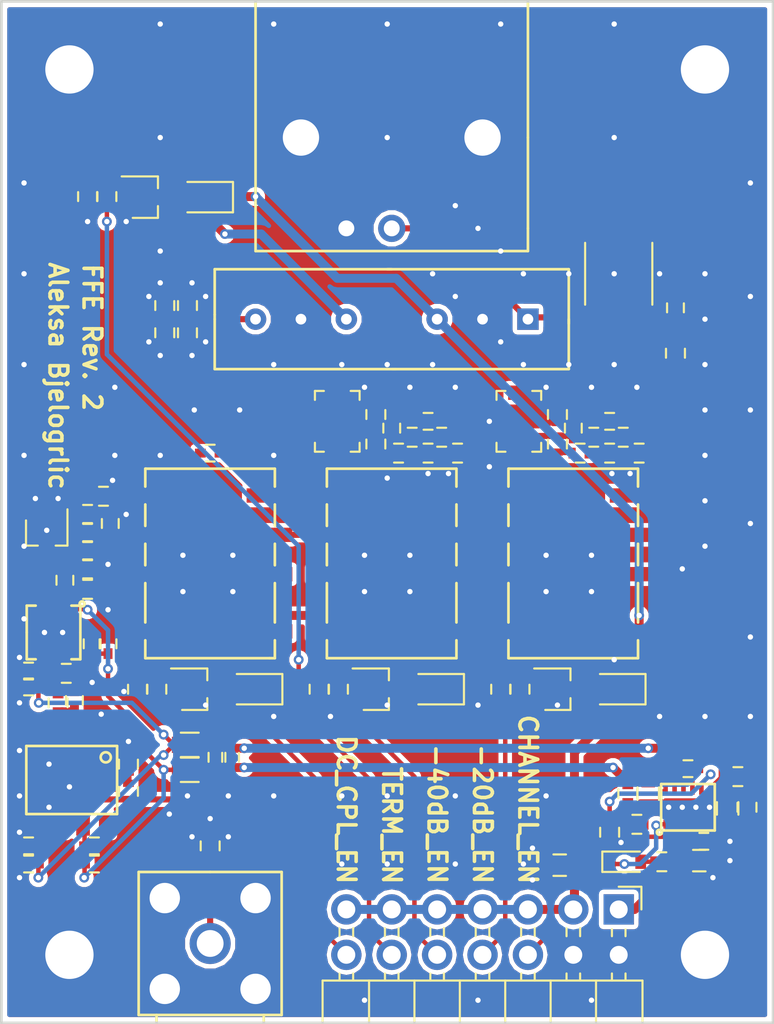
<source format=kicad_pcb>
(kicad_pcb (version 4) (host pcbnew 4.0.7)
  (layers (0 F.Cu signal hide) (1 In1.Cu signal hide) (2 In2.Cu signal hide) (31 B.Cu signal hide) (35 F.Paste user hide) (36 B.SilkS user) (37 F.SilkS user) (38 B.Mask user) (39 F.Mask user) (44 Edge.Cuts user))
  (net 0 "")
  (net 1 "Net-(C1-Pad1)")
  (net 2 GND)
  (net 3 "Net-(C2-Pad1)")
  (net 4 "Net-(C2-Pad2)")
  (net 5 "Net-(C3-Pad2)")
  (net 6 "Net-(C5-Pad1)")
  (net 7 "Net-(C5-Pad2)")
  (net 8 "Net-(C6-Pad2)")
  (net 9 "Net-(C8-Pad1)")
  (net 10 "Net-(C8-Pad2)")
  (net 11 /AMP)
  (net 12 -2V5)
  (net 13 +2V5)
  (net 14 VDD)
  (net 15 VSS)
  (net 16 +5VD)
  (net 17 +5VA)
  (net 18 "Net-(C18-Pad1)")
  (net 19 "Net-(C18-Pad2)")
  (net 20 "Net-(C19-Pad1)")
  (net 21 "Net-(D1-Pad2)")
  (net 22 "Net-(D2-Pad2)")
  (net 23 "Net-(D3-Pad2)")
  (net 24 "Net-(D4-Pad2)")
  (net 25 "Net-(D5-Pad3)")
  (net 26 "Net-(D6-Pad1)")
  (net 27 "Net-(D6-Pad2)")
  (net 28 "Net-(J2-Pad1)")
  (net 29 /CHANNEL_EN)
  (net 30 /TERM_EN)
  (net 31 /-20dB_EN)
  (net 32 /-40dB_EN)
  (net 33 /DC_CPL_EN)
  (net 34 "Net-(K1-Pad4)")
  (net 35 "Net-(K2-Pad6)")
  (net 36 /Attenuator/IN)
  (net 37 "Net-(K2-Pad2)")
  (net 38 /Attenuator/OUT)
  (net 39 "Net-(K3-Pad2)")
  (net 40 "Net-(K4-Pad2)")
  (net 41 "Net-(Q1-Pad1)")
  (net 42 "Net-(Q2-Pad1)")
  (net 43 "Net-(Q3-Pad1)")
  (net 44 "Net-(Q4-Pad1)")
  (net 45 "Net-(R10-Pad1)")
  (net 46 "Net-(R11-Pad1)")
  (net 47 "Net-(R13-Pad2)")
  (net 48 "Net-(R14-Pad2)")
  (net 49 "Net-(R19-Pad1)")
  (net 50 "Net-(R20-Pad1)")
  (net 51 "Net-(R22-Pad2)")
  (net 52 "Net-(R23-Pad2)")
  (net 53 "Net-(R28-Pad2)")
  (net 54 "Net-(R29-Pad2)")
  (net 55 "Net-(R32-Pad1)")
  (net 56 "Net-(R33-Pad1)")
  (net 57 "Net-(R37-Pad2)")
  (net 58 "Net-(R39-Pad2)")
  (net 59 "Net-(C22-Pad1)")
  (net 60 "Net-(C22-Pad2)")
  (net 61 "Net-(C23-Pad1)")
  (net 62 "Net-(C23-Pad2)")
  (net 63 "Net-(L3-Pad1)")
  (net 64 "Net-(U3-Pad2)")
  (module Capacitors_SMD:C_0603 (layer F.Cu) (at 170.18 112.4585 270)
    (fp_text reference C21 hide)
    (fp_text value 10uF)
    (pad 2 smd rect (at 0.75 0 270) (size 0.8 0.75) (layers F.Cu F.Paste F.Mask) (net 12 -2V5))
    (pad 1 smd rect (at -0.75 0 270) (size 0.8 0.75) (layers F.Cu F.Paste F.Mask) (net 2 GND))
  )
  (module DSO:12-WSON (layer F.Cu) (at 167.9575 112.395 90)
    (fp_text reference U2 hide)
    (fp_text value LM27762)
    (pad 12 smd rect (at 0.95 -1.25 90) (size 0.5 0.25) (layers F.Cu F.Paste F.Mask) (net 29 /CHANNEL_EN))
    (pad 11 smd rect (at 0.95 -0.75 90) (size 0.5 0.25) (layers F.Cu F.Paste F.Mask) (net 13 +2V5))
    (pad 10 smd rect (at 0.95 -0.25 90) (size 0.5 0.25) (layers F.Cu F.Paste F.Mask) (net 18 "Net-(C18-Pad1)"))
    (pad 9 smd rect (at 0.95 0.25 90) (size 0.5 0.25) (layers F.Cu F.Paste F.Mask) (net 19 "Net-(C18-Pad2)"))
    (pad 8 smd rect (at 0.95 0.75 90) (size 0.5 0.25) (layers F.Cu F.Paste F.Mask) (net 29 /CHANNEL_EN))
    (pad 7 smd rect (at 0.95 1.25 90) (size 0.5 0.25) (layers F.Cu F.Paste F.Mask) (net 58 "Net-(R39-Pad2)"))
    (pad 6 smd rect (at -0.95 1.25 90) (size 0.5 0.25) (layers F.Cu F.Paste F.Mask) (net 12 -2V5))
    (pad 5 smd rect (at -0.95 0.75 90) (size 0.5 0.25) (layers F.Cu F.Paste F.Mask) (net 20 "Net-(C19-Pad1)"))
    (pad 4 smd rect (at -0.95 0.25 90) (size 0.5 0.25) (layers F.Cu F.Paste F.Mask) (net 2 GND))
    (pad 1 smd rect (at -0.95 -1.25 90) (size 0.5 0.25) (layers F.Cu F.Paste F.Mask) (net 26 "Net-(D6-Pad1)"))
    (pad 2 smd rect (at -0.95 -0.75 90) (size 0.5 0.25) (layers F.Cu F.Paste F.Mask) (net 57 "Net-(R37-Pad2)"))
    (pad 13 smd rect (at 0 0 90) (size 1 2.65) (layers F.Cu F.Mask) (net 2 GND))
    (pad 3 smd rect (at -0.95 -0.25 90) (size 0.5 0.25) (layers F.Cu F.Paste F.Mask) (net 17 +5VA))
  )
  (module Capacitors_SMD:C_0402 (layer F.Cu) (at 167.259 84.455 90)
    (fp_text reference C1 hide)
    (fp_text value 10pF)
    (pad 1 smd rect (at -0.55 0 90) (size 0.6 0.5) (layers F.Cu F.Paste F.Mask) (net 1 "Net-(C1-Pad1)"))
    (pad 2 smd rect (at 0.55 0 90) (size 0.6 0.5) (layers F.Cu F.Paste F.Mask) (net 2 GND))
  )
  (module Capacitors_SMD:C_0402 (layer F.Cu) (at 163.576 90.805)
    (fp_text reference C2 hide)
    (fp_text value 5.6pF)
    (pad 1 smd rect (at -0.55 0) (size 0.6 0.5) (layers F.Cu F.Paste F.Mask) (net 3 "Net-(C2-Pad1)"))
    (pad 2 smd rect (at 0.55 0) (size 0.6 0.5) (layers F.Cu F.Paste F.Mask) (net 4 "Net-(C2-Pad2)"))
  )
  (module Capacitors_SMD:C_0402 (layer F.Cu) (at 161.544 91.186 90)
    (fp_text reference C3 hide)
    (fp_text value 39pF)
    (pad 1 smd rect (at -0.55 0 90) (size 0.6 0.5) (layers F.Cu F.Paste F.Mask) (net 3 "Net-(C2-Pad1)"))
    (pad 2 smd rect (at 0.55 0 90) (size 0.6 0.5) (layers F.Cu F.Paste F.Mask) (net 5 "Net-(C3-Pad2)"))
  )
  (module Capacitors_SMD:C_Trimmer_Murata_TZY2 (layer F.Cu) (at 158.496 90.805 90)
    (fp_text reference C4 hide)
    (fp_text value 3-10pF)
    (pad 1 smd rect (at -1.6 0 90) (size 0.8 1.2) (layers F.Cu F.Paste F.Mask) (net 3 "Net-(C2-Pad1)"))
    (pad 2 smd rect (at 1.6 0 90) (size 0.8 1.2) (layers F.Cu F.Paste F.Mask) (net 5 "Net-(C3-Pad2)"))
  )
  (module Capacitors_SMD:C_0402 (layer F.Cu) (at 153.416 90.805)
    (fp_text reference C5 hide)
    (fp_text value 5pF)
    (pad 1 smd rect (at -0.55 0) (size 0.6 0.5) (layers F.Cu F.Paste F.Mask) (net 6 "Net-(C5-Pad1)"))
    (pad 2 smd rect (at 0.55 0) (size 0.6 0.5) (layers F.Cu F.Paste F.Mask) (net 7 "Net-(C5-Pad2)"))
  )
  (module Capacitors_SMD:C_0402 (layer F.Cu) (at 151.384 91.186 90)
    (fp_text reference C6 hide)
    (fp_text value 470pF)
    (pad 1 smd rect (at -0.55 0 90) (size 0.6 0.5) (layers F.Cu F.Paste F.Mask) (net 6 "Net-(C5-Pad1)"))
    (pad 2 smd rect (at 0.55 0 90) (size 0.6 0.5) (layers F.Cu F.Paste F.Mask) (net 8 "Net-(C6-Pad2)"))
  )
  (module Capacitors_SMD:C_Trimmer_Murata_TZY2 (layer F.Cu) (at 148.336 90.805 90)
    (fp_text reference C7 hide)
    (fp_text value 8-45pF)
    (pad 1 smd rect (at -1.6 0 90) (size 0.8 1.2) (layers F.Cu F.Paste F.Mask) (net 6 "Net-(C5-Pad1)"))
    (pad 2 smd rect (at 1.6 0 90) (size 0.8 1.2) (layers F.Cu F.Paste F.Mask) (net 8 "Net-(C6-Pad2)"))
  )
  (module Capacitors_SMD:C_0402 (layer F.Cu) (at 141.224 92.583)
    (fp_text reference C8 hide)
    (fp_text value 22nF)
    (pad 1 smd rect (at -0.55 0) (size 0.6 0.5) (layers F.Cu F.Paste F.Mask) (net 9 "Net-(C8-Pad1)"))
    (pad 2 smd rect (at 0.55 0) (size 0.6 0.5) (layers F.Cu F.Paste F.Mask) (net 10 "Net-(C8-Pad2)"))
  )
  (module Capacitors_SMD:C_0402 (layer F.Cu) (at 135.636 96.52 90)
    (fp_text reference C9 hide)
    (fp_text value 5pF)
    (pad 1 smd rect (at -0.55 0 90) (size 0.6 0.5) (layers F.Cu F.Paste F.Mask) (net 11 /AMP))
    (pad 2 smd rect (at 0.55 0 90) (size 0.6 0.5) (layers F.Cu F.Paste F.Mask) (net 2 GND))
  )
  (module Capacitors_SMD:C_0402 (layer F.Cu) (at 142.367 109.601 270)
    (fp_text reference C10 hide)
    (fp_text value 0.1uF)
    (pad 1 smd rect (at -0.55 0 270) (size 0.6 0.5) (layers F.Cu F.Paste F.Mask) (net 12 -2V5))
    (pad 2 smd rect (at 0.55 0 270) (size 0.6 0.5) (layers F.Cu F.Paste F.Mask) (net 13 +2V5))
  )
  (module Capacitors_SMD:C_0402 (layer F.Cu) (at 141.605 109.601 90)
    (fp_text reference C11 hide)
    (fp_text value 1nF)
    (pad 1 smd rect (at -0.55 0 90) (size 0.6 0.5) (layers F.Cu F.Paste F.Mask) (net 13 +2V5))
    (pad 2 smd rect (at 0.55 0 90) (size 0.6 0.5) (layers F.Cu F.Paste F.Mask) (net 12 -2V5))
  )
  (module Capacitors_SMD:C_0402 (layer F.Cu) (at 134.747 115.57)
    (fp_text reference C12 hide)
    (fp_text value 1nF)
    (pad 1 smd rect (at -0.55 0) (size 0.6 0.5) (layers F.Cu F.Paste F.Mask) (net 14 VDD))
    (pad 2 smd rect (at 0.55 0) (size 0.6 0.5) (layers F.Cu F.Paste F.Mask) (net 2 GND))
  )
  (module Capacitors_SMD:C_0402 (layer F.Cu) (at 131.064 114.554 180)
    (fp_text reference C13 hide)
    (fp_text value 1nF)
    (pad 1 smd rect (at -0.55 0 180) (size 0.6 0.5) (layers F.Cu F.Paste F.Mask) (net 15 VSS))
    (pad 2 smd rect (at 0.55 0 180) (size 0.6 0.5) (layers F.Cu F.Paste F.Mask) (net 2 GND))
  )
  (module Capacitors_SMD:C_0402 (layer F.Cu) (at 134.747 114.554 180)
    (fp_text reference C14 hide)
    (fp_text value 0.1uF)
    (pad 1 smd rect (at -0.55 0 180) (size 0.6 0.5) (layers F.Cu F.Paste F.Mask) (net 2 GND))
    (pad 2 smd rect (at 0.55 0 180) (size 0.6 0.5) (layers F.Cu F.Paste F.Mask) (net 14 VDD))
  )
  (module Capacitors_SMD:C_0402 (layer F.Cu) (at 131.064 115.57)
    (fp_text reference C15 hide)
    (fp_text value 0.1uF)
    (pad 1 smd rect (at -0.55 0) (size 0.6 0.5) (layers F.Cu F.Paste F.Mask) (net 2 GND))
    (pad 2 smd rect (at 0.55 0) (size 0.6 0.5) (layers F.Cu F.Paste F.Mask) (net 15 VSS))
  )
  (module Capacitors_SMD:C_0603 (layer F.Cu) (at 160.782 115.6335)
    (fp_text reference C16 hide)
    (fp_text value 10uF)
    (pad 2 smd rect (at 0.75 0) (size 0.8 0.75) (layers F.Cu F.Paste F.Mask) (net 16 +5VD))
    (pad 1 smd rect (at -0.75 0) (size 0.8 0.75) (layers F.Cu F.Paste F.Mask) (net 2 GND))
  )
  (module Capacitors_SMD:C_0603 (layer F.Cu) (at 168.5925 115.3795)
    (fp_text reference C17 hide)
    (fp_text value 10uF)
    (pad 2 smd rect (at 0.75 0) (size 0.8 0.75) (layers F.Cu F.Paste F.Mask) (net 2 GND))
    (pad 1 smd rect (at -0.75 0) (size 0.8 0.75) (layers F.Cu F.Paste F.Mask) (net 17 +5VA))
  )
  (module Capacitors_SMD:C_0402 (layer F.Cu) (at 167.9575 110.236)
    (fp_text reference C18 hide)
    (fp_text value 0.47uF)
    (pad 1 smd rect (at -0.55 0) (size 0.6 0.5) (layers F.Cu F.Paste F.Mask) (net 18 "Net-(C18-Pad1)"))
    (pad 2 smd rect (at 0.55 0) (size 0.6 0.5) (layers F.Cu F.Paste F.Mask) (net 19 "Net-(C18-Pad2)"))
  )
  (module Capacitors_SMD:C_0402 (layer F.Cu) (at 168.8465 114.3 180)
    (fp_text reference C19 hide)
    (fp_text value 2.2uF)
    (pad 1 smd rect (at -0.55 0 180) (size 0.6 0.5) (layers F.Cu F.Paste F.Mask) (net 20 "Net-(C19-Pad1)"))
    (pad 2 smd rect (at 0.55 0 180) (size 0.6 0.5) (layers F.Cu F.Paste F.Mask) (net 2 GND))
  )
  (module Capacitors_SMD:C_0603 (layer F.Cu) (at 165.735 111.633 270)
    (fp_text reference C20 hide)
    (fp_text value 10uF)
    (pad 2 smd rect (at 0.75 0 270) (size 0.8 0.75) (layers F.Cu F.Paste F.Mask) (net 2 GND))
    (pad 1 smd rect (at -0.75 0 270) (size 0.8 0.75) (layers F.Cu F.Paste F.Mask) (net 13 +2V5))
  )
  (module Diodes_SMD:D_SOD-323 (layer F.Cu) (at 141.00175 78.26375 180)
    (fp_text reference D1 hide)
    (fp_text value 1N4148)
    (pad 1 smd rect (at -1.05 0 180) (size 0.6 0.45) (layers F.Cu F.Paste F.Mask) (net 16 +5VD))
    (pad 2 smd rect (at 1.05 0 180) (size 0.6 0.45) (layers F.Cu F.Paste F.Mask) (net 21 "Net-(D1-Pad2)"))
  )
  (module Diodes_SMD:D_SOD-323 (layer F.Cu) (at 164.084 105.791 180)
    (fp_text reference D2 hide)
    (fp_text value 1N4148)
    (pad 1 smd rect (at -1.05 0 180) (size 0.6 0.45) (layers F.Cu F.Paste F.Mask) (net 16 +5VD))
    (pad 2 smd rect (at 1.05 0 180) (size 0.6 0.45) (layers F.Cu F.Paste F.Mask) (net 22 "Net-(D2-Pad2)"))
  )
  (module Diodes_SMD:D_SOD-323 (layer F.Cu) (at 153.924 105.791 180)
    (fp_text reference D3 hide)
    (fp_text value 1N4148)
    (pad 1 smd rect (at -1.05 0 180) (size 0.6 0.45) (layers F.Cu F.Paste F.Mask) (net 16 +5VD))
    (pad 2 smd rect (at 1.05 0 180) (size 0.6 0.45) (layers F.Cu F.Paste F.Mask) (net 23 "Net-(D3-Pad2)"))
  )
  (module Diodes_SMD:D_SOD-323 (layer F.Cu) (at 143.764 105.791 180)
    (fp_text reference D4 hide)
    (fp_text value 1N4148)
    (pad 1 smd rect (at -1.05 0 180) (size 0.6 0.45) (layers F.Cu F.Paste F.Mask) (net 16 +5VD))
    (pad 2 smd rect (at 1.05 0 180) (size 0.6 0.45) (layers F.Cu F.Paste F.Mask) (net 24 "Net-(D4-Pad2)"))
  )
  (module TO_SOT_Packages_SMD:SOT-323_SC-70 (layer F.Cu) (at 132.08 97.028 270)
    (fp_text reference D5 hide)
    (fp_text value BAV99)
    (pad 1 smd rect (at -1 -0.65 180) (size 0.45 0.7) (layers F.Cu F.Paste F.Mask) (net 2 GND))
    (pad 2 smd rect (at -1 0.65 180) (size 0.45 0.7) (layers F.Cu F.Paste F.Mask) (net 2 GND))
    (pad 3 smd rect (at 1 0 180) (size 0.45 0.7) (layers F.Cu F.Paste F.Mask) (net 25 "Net-(D5-Pad3)"))
  )
  (module Diodes_SMD:D_0603 (layer F.Cu) (at 164.465 115.443)
    (fp_text reference D6 hide)
    (fp_text value "Green LED")
    (pad 1 smd rect (at -0.85 0) (size 0.6 0.8) (layers F.Cu F.Paste F.Mask) (net 26 "Net-(D6-Pad1)"))
    (pad 2 smd rect (at 0.85 0) (size 0.6 0.8) (layers F.Cu F.Paste F.Mask) (net 27 "Net-(D6-Pad2)"))
  )
  (module Resistors_SMD:R_1812 (layer F.Cu) (at 164.084 82.55 90)
    (fp_text reference GDT1 hide)
    (fp_text value GDT)
    (pad 1 smd rect (at -2.44 0 90) (size 1.6 3.5) (layers F.Cu F.Paste F.Mask) (net 1 "Net-(C1-Pad1)"))
    (pad 2 smd rect (at 2.44 0 90) (size 1.6 3.5) (layers F.Cu F.Paste F.Mask) (net 2 GND))
  )
  (module DSO:BNC (layer F.Cu) (at 151.384 77.47)
    (fp_text reference J1 hide)
    (fp_text value BNC)
    (pad 2 thru_hole circle (at -5.08 -2.54) (size 3.048 3.048) (drill 2.032) (layers *.Cu *.Mask) (net 2 GND))
    (pad 2 thru_hole circle (at 5.08 -2.54) (size 3.048 3.048) (drill 2.032) (layers *.Cu *.Mask) (net 2 GND))
    (pad 1 thru_hole circle (at 0 2.54) (size 1.524 1.524) (drill 0.889) (layers *.Cu *.Mask) (net 1 "Net-(C1-Pad1)"))
    (pad 2 thru_hole circle (at -2.54 2.54) (size 1.524 1.524) (drill 0.889) (layers *.Cu *.Mask) (net 2 GND))
  )
  (module DSO:SMA (layer F.Cu) (at 141.224 120.015 180)
    (fp_text reference J2 hide)
    (fp_text value SMA)
    (pad 2 thru_hole circle (at -2.54 2.54 180) (size 2.6 2.6) (drill 1.7) (layers *.Cu *.Mask) (net 2 GND))
    (pad 2 thru_hole circle (at 2.54 2.54 180) (size 2.6 2.6) (drill 1.7) (layers *.Cu *.Mask) (net 2 GND))
    (pad 2 thru_hole circle (at 2.54 -2.54 180) (size 2.6 2.6) (drill 1.7) (layers *.Cu *.Mask) (net 2 GND))
    (pad 1 thru_hole circle (at 0 0 180) (size 2.3 2.3) (drill 1.5) (layers *.Cu *.Mask) (net 28 "Net-(J2-Pad1)"))
    (pad 2 thru_hole circle (at -2.54 -2.54 180) (size 2.6 2.6) (drill 1.7) (layers *.Cu *.Mask) (net 2 GND))
  )
  (module DSO:FTR-B3G (layer F.Cu) (at 161.544 97.155 90)
    (fp_text reference K2 hide)
    (fp_text value FTR-B3GA)
    (pad 8 smd rect (at -5.4 -3.32 90) (size 0.8 2.56) (layers F.Cu F.Paste F.Mask) (net 22 "Net-(D2-Pad2)"))
    (pad 1 smd rect (at -5.4 3.32 90) (size 0.8 2.56) (layers F.Cu F.Paste F.Mask) (net 16 +5VD))
    (pad 5 smd rect (at 2.2 -3.32 90) (size 0.8 2.56) (layers F.Cu F.Paste F.Mask) (net 3 "Net-(C2-Pad1)"))
    (pad 6 smd rect (at 0 -3.32 90) (size 0.8 2.56) (layers F.Cu F.Paste F.Mask) (net 35 "Net-(K2-Pad6)"))
    (pad 4 smd rect (at 2.2 3.32 90) (size 0.8 2.56) (layers F.Cu F.Paste F.Mask) (net 4 "Net-(C2-Pad2)"))
    (pad 3 smd rect (at 0 3.32 90) (size 0.8 2.56) (layers F.Cu F.Paste F.Mask) (net 36 /Attenuator/IN))
    (pad 7 smd rect (at -2.2 -3.32 90) (size 0.8 2.56) (layers F.Cu F.Paste F.Mask) (net 37 "Net-(K2-Pad2)"))
    (pad 2 smd rect (at -2.2 3.32 90) (size 0.8 2.56) (layers F.Cu F.Paste F.Mask) (net 37 "Net-(K2-Pad2)"))
  )
  (module DSO:FTR-B3G (layer F.Cu) (at 151.384 97.155 90)
    (fp_text reference K3 hide)
    (fp_text value FTR-B3GA)
    (pad 8 smd rect (at -5.4 -3.32 90) (size 0.8 2.56) (layers F.Cu F.Paste F.Mask) (net 23 "Net-(D3-Pad2)"))
    (pad 1 smd rect (at -5.4 3.32 90) (size 0.8 2.56) (layers F.Cu F.Paste F.Mask) (net 16 +5VD))
    (pad 5 smd rect (at 2.2 -3.32 90) (size 0.8 2.56) (layers F.Cu F.Paste F.Mask) (net 6 "Net-(C5-Pad1)"))
    (pad 6 smd rect (at 0 -3.32 90) (size 0.8 2.56) (layers F.Cu F.Paste F.Mask) (net 38 /Attenuator/OUT))
    (pad 4 smd rect (at 2.2 3.32 90) (size 0.8 2.56) (layers F.Cu F.Paste F.Mask) (net 7 "Net-(C5-Pad2)"))
    (pad 3 smd rect (at 0 3.32 90) (size 0.8 2.56) (layers F.Cu F.Paste F.Mask) (net 35 "Net-(K2-Pad6)"))
    (pad 7 smd rect (at -2.2 -3.32 90) (size 0.8 2.56) (layers F.Cu F.Paste F.Mask) (net 39 "Net-(K3-Pad2)"))
    (pad 2 smd rect (at -2.2 3.32 90) (size 0.8 2.56) (layers F.Cu F.Paste F.Mask) (net 39 "Net-(K3-Pad2)"))
  )
  (module DSO:FTR-B3G (layer F.Cu) (at 141.224 97.155 90)
    (fp_text reference K4 hide)
    (fp_text value FTR-B3GA)
    (pad 8 smd rect (at -5.4 -3.32 90) (size 0.8 2.56) (layers F.Cu F.Paste F.Mask) (net 24 "Net-(D4-Pad2)"))
    (pad 1 smd rect (at -5.4 3.32 90) (size 0.8 2.56) (layers F.Cu F.Paste F.Mask) (net 16 +5VD))
    (pad 5 smd rect (at 2.2 -3.32 90) (size 0.8 2.56) (layers F.Cu F.Paste F.Mask) (net 9 "Net-(C8-Pad1)"))
    (pad 6 smd rect (at 0 -3.32 90) (size 0.8 2.56) (layers F.Cu F.Paste F.Mask) (net 11 /AMP))
    (pad 4 smd rect (at 2.2 3.32 90) (size 0.8 2.56) (layers F.Cu F.Paste F.Mask) (net 10 "Net-(C8-Pad2)"))
    (pad 3 smd rect (at 0 3.32 90) (size 0.8 2.56) (layers F.Cu F.Paste F.Mask) (net 38 /Attenuator/OUT))
    (pad 7 smd rect (at -2.2 -3.32 90) (size 0.8 2.56) (layers F.Cu F.Paste F.Mask) (net 40 "Net-(K4-Pad2)"))
    (pad 2 smd rect (at -2.2 3.32 90) (size 0.8 2.56) (layers F.Cu F.Paste F.Mask) (net 40 "Net-(K4-Pad2)"))
  )
  (module Resistors_SMD:R_0603 (layer F.Cu) (at 140.081 110.2995)
    (fp_text reference L1 hide)
    (fp_text value "150 OHM @ 100 MHz")
    (pad 1 smd rect (at -0.75 0) (size 0.5 0.9) (layers F.Cu F.Paste F.Mask) (net 14 VDD))
    (pad 2 smd rect (at 0.75 0) (size 0.5 0.9) (layers F.Cu F.Paste F.Mask) (net 13 +2V5))
  )
  (module Resistors_SMD:R_0603 (layer F.Cu) (at 140.081 108.9025)
    (fp_text reference L2 hide)
    (fp_text value "150 OHM @ 100 MHz")
    (pad 1 smd rect (at -0.75 0) (size 0.5 0.9) (layers F.Cu F.Paste F.Mask) (net 15 VSS))
    (pad 2 smd rect (at 0.75 0) (size 0.5 0.9) (layers F.Cu F.Paste F.Mask) (net 12 -2V5))
  )
  (module Mounting_Holes:MountingHole_2.7mm_M2.5_ISO14580_Pad (layer F.Cu) (at 168.91 120.65)
    (fp_text reference MH1 hide)
    (fp_text value "Mounting Hole")
    (pad 1 thru_hole circle (at 0 0) (size 4.5 4.5) (drill 2.7) (layers *.Cu *.Mask) (net 2 GND))
  )
  (module Mounting_Holes:MountingHole_2.7mm_M2.5_ISO14580_Pad (layer F.Cu) (at 168.91 71.12)
    (fp_text reference MH2 hide)
    (fp_text value "Mounting Hole")
    (pad 1 thru_hole circle (at 0 0) (size 4.5 4.5) (drill 2.7) (layers *.Cu *.Mask) (net 2 GND))
  )
  (module Mounting_Holes:MountingHole_2.7mm_M2.5_ISO14580_Pad (layer F.Cu) (at 133.35 120.65)
    (fp_text reference MH3 hide)
    (fp_text value "Mounting Hole")
    (pad 1 thru_hole circle (at 0 0) (size 4.5 4.5) (drill 2.7) (layers *.Cu *.Mask) (net 2 GND))
  )
  (module Mounting_Holes:MountingHole_2.7mm_M2.5_ISO14580_Pad (layer F.Cu) (at 133.35 71.12)
    (fp_text reference MH4 hide)
    (fp_text value "Mounting Hole")
    (pad 1 thru_hole circle (at 0 0) (size 4.5 4.5) (drill 2.7) (layers *.Cu *.Mask) (net 2 GND))
  )
  (module TO_SOT_Packages_SMD:SOT-323_SC-70 (layer F.Cu) (at 137.57275 78.26375)
    (fp_text reference Q1 hide)
    (fp_text value DMN62D0UW)
    (pad 1 smd rect (at -1 -0.65 270) (size 0.45 0.7) (layers F.Cu F.Paste F.Mask) (net 41 "Net-(Q1-Pad1)"))
    (pad 2 smd rect (at -1 0.65 270) (size 0.45 0.7) (layers F.Cu F.Paste F.Mask) (net 2 GND))
    (pad 3 smd rect (at 1 0 270) (size 0.45 0.7) (layers F.Cu F.Paste F.Mask) (net 21 "Net-(D1-Pad2)"))
  )
  (module TO_SOT_Packages_SMD:SOT-323_SC-70 (layer F.Cu) (at 160.655 105.791)
    (fp_text reference Q2 hide)
    (fp_text value DMN62D0UW)
    (pad 1 smd rect (at -1 -0.65 270) (size 0.45 0.7) (layers F.Cu F.Paste F.Mask) (net 42 "Net-(Q2-Pad1)"))
    (pad 2 smd rect (at -1 0.65 270) (size 0.45 0.7) (layers F.Cu F.Paste F.Mask) (net 2 GND))
    (pad 3 smd rect (at 1 0 270) (size 0.45 0.7) (layers F.Cu F.Paste F.Mask) (net 22 "Net-(D2-Pad2)"))
  )
  (module TO_SOT_Packages_SMD:SOT-323_SC-70 (layer F.Cu) (at 150.495 105.791)
    (fp_text reference Q3 hide)
    (fp_text value DMN62D0UW)
    (pad 1 smd rect (at -1 -0.65 270) (size 0.45 0.7) (layers F.Cu F.Paste F.Mask) (net 43 "Net-(Q3-Pad1)"))
    (pad 2 smd rect (at -1 0.65 270) (size 0.45 0.7) (layers F.Cu F.Paste F.Mask) (net 2 GND))
    (pad 3 smd rect (at 1 0 270) (size 0.45 0.7) (layers F.Cu F.Paste F.Mask) (net 23 "Net-(D3-Pad2)"))
  )
  (module TO_SOT_Packages_SMD:SOT-323_SC-70 (layer F.Cu) (at 140.335 105.791)
    (fp_text reference Q4 hide)
    (fp_text value DMN62D0UW)
    (pad 1 smd rect (at -1 -0.65 270) (size 0.45 0.7) (layers F.Cu F.Paste F.Mask) (net 44 "Net-(Q4-Pad1)"))
    (pad 2 smd rect (at -1 0.65 270) (size 0.45 0.7) (layers F.Cu F.Paste F.Mask) (net 2 GND))
    (pad 3 smd rect (at 1 0 270) (size 0.45 0.7) (layers F.Cu F.Paste F.Mask) (net 24 "Net-(D4-Pad2)"))
  )
  (module Resistors_SMD:R_0402 (layer F.Cu) (at 135.4455 78.232 270)
    (fp_text reference R1 hide)
    (fp_text value 1k)
    (pad 1 smd rect (at -0.45 0 270) (size 0.4 0.6) (layers F.Cu F.Paste F.Mask) (net 41 "Net-(Q1-Pad1)"))
    (pad 2 smd rect (at 0.45 0 270) (size 0.4 0.6) (layers F.Cu F.Paste F.Mask) (net 30 /TERM_EN))
  )
  (module Resistors_SMD:R_0402 (layer F.Cu) (at 134.366 78.232 270)
    (fp_text reference R2 hide)
    (fp_text value 10k)
    (pad 1 smd rect (at -0.45 0 270) (size 0.4 0.6) (layers F.Cu F.Paste F.Mask) (net 41 "Net-(Q1-Pad1)"))
    (pad 2 smd rect (at 0.45 0 270) (size 0.4 0.6) (layers F.Cu F.Paste F.Mask) (net 2 GND))
  )
  (module Resistors_SMD:R_0402 (layer F.Cu) (at 139.954 84.328 90)
    (fp_text reference R3 hide)
    (fp_text value 200)
    (pad 1 smd rect (at -0.45 0 90) (size 0.4 0.6) (layers F.Cu F.Paste F.Mask) (net 34 "Net-(K1-Pad4)"))
    (pad 2 smd rect (at 0.45 0 90) (size 0.4 0.6) (layers F.Cu F.Paste F.Mask) (net 2 GND))
  )
  (module Resistors_SMD:R_0402 (layer F.Cu) (at 139.954 85.852 270)
    (fp_text reference R4 hide)
    (fp_text value 200)
    (pad 1 smd rect (at -0.45 0 270) (size 0.4 0.6) (layers F.Cu F.Paste F.Mask) (net 34 "Net-(K1-Pad4)"))
    (pad 2 smd rect (at 0.45 0 270) (size 0.4 0.6) (layers F.Cu F.Paste F.Mask) (net 2 GND))
  )
  (module Resistors_SMD:R_0402 (layer F.Cu) (at 138.684 85.852 270)
    (fp_text reference R5 hide)
    (fp_text value 200)
    (pad 1 smd rect (at -0.45 0 270) (size 0.4 0.6) (layers F.Cu F.Paste F.Mask) (net 34 "Net-(K1-Pad4)"))
    (pad 2 smd rect (at 0.45 0 270) (size 0.4 0.6) (layers F.Cu F.Paste F.Mask) (net 2 GND))
  )
  (module Resistors_SMD:R_0402 (layer F.Cu) (at 138.684 84.328 90)
    (fp_text reference R6 hide)
    (fp_text value 200)
    (pad 1 smd rect (at -0.45 0 90) (size 0.4 0.6) (layers F.Cu F.Paste F.Mask) (net 34 "Net-(K1-Pad4)"))
    (pad 2 smd rect (at 0.45 0 90) (size 0.4 0.6) (layers F.Cu F.Paste F.Mask) (net 2 GND))
  )
  (module Resistors_SMD:R_0402 (layer F.Cu) (at 167.259 86.995 90)
    (fp_text reference R7 hide)
    (fp_text value 33)
    (pad 1 smd rect (at -0.45 0 90) (size 0.4 0.6) (layers F.Cu F.Paste F.Mask) (net 36 /Attenuator/IN))
    (pad 2 smd rect (at 0.45 0 90) (size 0.4 0.6) (layers F.Cu F.Paste F.Mask) (net 1 "Net-(C1-Pad1)"))
  )
  (module Resistors_SMD:R_0402 (layer F.Cu) (at 158.5595 105.791 270)
    (fp_text reference R8 hide)
    (fp_text value 1k)
    (pad 1 smd rect (at -0.45 0 270) (size 0.4 0.6) (layers F.Cu F.Paste F.Mask) (net 42 "Net-(Q2-Pad1)"))
    (pad 2 smd rect (at 0.45 0 270) (size 0.4 0.6) (layers F.Cu F.Paste F.Mask) (net 31 /-20dB_EN))
  )
  (module Resistors_SMD:R_0402 (layer F.Cu) (at 157.48 105.791 270)
    (fp_text reference R9 hide)
    (fp_text value 10k)
    (pad 1 smd rect (at -0.45 0 270) (size 0.4 0.6) (layers F.Cu F.Paste F.Mask) (net 42 "Net-(Q2-Pad1)"))
    (pad 2 smd rect (at 0.45 0 270) (size 0.4 0.6) (layers F.Cu F.Paste F.Mask) (net 2 GND))
  )
  (module Resistors_SMD:R_0402 (layer F.Cu) (at 165.227 92.583)
    (fp_text reference R10 hide)
    (fp_text value 300k)
    (pad 1 smd rect (at -0.45 0) (size 0.4 0.6) (layers F.Cu F.Paste F.Mask) (net 45 "Net-(R10-Pad1)"))
    (pad 2 smd rect (at 0.45 0) (size 0.4 0.6) (layers F.Cu F.Paste F.Mask) (net 4 "Net-(C2-Pad2)"))
  )
  (module Resistors_SMD:R_0402 (layer F.Cu) (at 164.338 91.694)
    (fp_text reference R11 hide)
    (fp_text value 300k)
    (pad 1 smd rect (at -0.45 0) (size 0.4 0.6) (layers F.Cu F.Paste F.Mask) (net 46 "Net-(R11-Pad1)"))
    (pad 2 smd rect (at 0.45 0) (size 0.4 0.6) (layers F.Cu F.Paste F.Mask) (net 45 "Net-(R10-Pad1)"))
  )
  (module Resistors_SMD:R_0402 (layer F.Cu) (at 162.687 91.694)
    (fp_text reference R12 hide)
    (fp_text value 300k)
    (pad 1 smd rect (at -0.45 0) (size 0.4 0.6) (layers F.Cu F.Paste F.Mask) (net 3 "Net-(C2-Pad1)"))
    (pad 2 smd rect (at 0.45 0) (size 0.4 0.6) (layers F.Cu F.Paste F.Mask) (net 46 "Net-(R11-Pad1)"))
  )
  (module Resistors_SMD:R_0402 (layer F.Cu) (at 160.655 92.075 270)
    (fp_text reference R13 hide)
    (fp_text value 39k)
    (pad 1 smd rect (at -0.45 0 270) (size 0.4 0.6) (layers F.Cu F.Paste F.Mask) (net 3 "Net-(C2-Pad1)"))
    (pad 2 smd rect (at 0.45 0 270) (size 0.4 0.6) (layers F.Cu F.Paste F.Mask) (net 47 "Net-(R13-Pad2)"))
  )
  (module Resistors_SMD:R_0402 (layer F.Cu) (at 161.925 92.583)
    (fp_text reference R14 hide)
    (fp_text value 39k)
    (pad 1 smd rect (at -0.45 0) (size 0.4 0.6) (layers F.Cu F.Paste F.Mask) (net 47 "Net-(R13-Pad2)"))
    (pad 2 smd rect (at 0.45 0) (size 0.4 0.6) (layers F.Cu F.Paste F.Mask) (net 48 "Net-(R14-Pad2)"))
  )
  (module Resistors_SMD:R_0402 (layer F.Cu) (at 163.576 92.583)
    (fp_text reference R15 hide)
    (fp_text value 33.2k)
    (pad 1 smd rect (at -0.45 0) (size 0.4 0.6) (layers F.Cu F.Paste F.Mask) (net 48 "Net-(R14-Pad2)"))
    (pad 2 smd rect (at 0.45 0) (size 0.4 0.6) (layers F.Cu F.Paste F.Mask) (net 2 GND))
  )
  (module Resistors_SMD:R_0402 (layer F.Cu) (at 160.655 90.424 90)
    (fp_text reference R16 hide)
    (fp_text value TBD)
    (pad 1 smd rect (at -0.45 0 90) (size 0.4 0.6) (layers F.Cu F.Paste F.Mask) (net 5 "Net-(C3-Pad2)"))
    (pad 2 smd rect (at 0.45 0 90) (size 0.4 0.6) (layers F.Cu F.Paste F.Mask) (net 2 GND))
  )
  (module Resistors_SMD:R_0402 (layer F.Cu) (at 148.3995 105.791 270)
    (fp_text reference R17 hide)
    (fp_text value 1k)
    (pad 1 smd rect (at -0.45 0 270) (size 0.4 0.6) (layers F.Cu F.Paste F.Mask) (net 43 "Net-(Q3-Pad1)"))
    (pad 2 smd rect (at 0.45 0 270) (size 0.4 0.6) (layers F.Cu F.Paste F.Mask) (net 32 /-40dB_EN))
  )
  (module Resistors_SMD:R_0402 (layer F.Cu) (at 147.32 105.791 270)
    (fp_text reference R18 hide)
    (fp_text value 10k)
    (pad 1 smd rect (at -0.45 0 270) (size 0.4 0.6) (layers F.Cu F.Paste F.Mask) (net 43 "Net-(Q3-Pad1)"))
    (pad 2 smd rect (at 0.45 0 270) (size 0.4 0.6) (layers F.Cu F.Paste F.Mask) (net 2 GND))
  )
  (module Resistors_SMD:R_0402 (layer F.Cu) (at 155.067 92.583)
    (fp_text reference R19 hide)
    (fp_text value 330k)
    (pad 1 smd rect (at -0.45 0) (size 0.4 0.6) (layers F.Cu F.Paste F.Mask) (net 49 "Net-(R19-Pad1)"))
    (pad 2 smd rect (at 0.45 0) (size 0.4 0.6) (layers F.Cu F.Paste F.Mask) (net 7 "Net-(C5-Pad2)"))
  )
  (module Resistors_SMD:R_0402 (layer F.Cu) (at 154.178 91.694)
    (fp_text reference R20 hide)
    (fp_text value 330k)
    (pad 1 smd rect (at -0.45 0) (size 0.4 0.6) (layers F.Cu F.Paste F.Mask) (net 50 "Net-(R20-Pad1)"))
    (pad 2 smd rect (at 0.45 0) (size 0.4 0.6) (layers F.Cu F.Paste F.Mask) (net 49 "Net-(R19-Pad1)"))
  )
  (module Resistors_SMD:R_0402 (layer F.Cu) (at 152.527 91.694)
    (fp_text reference R21 hide)
    (fp_text value 330k)
    (pad 1 smd rect (at -0.45 0) (size 0.4 0.6) (layers F.Cu F.Paste F.Mask) (net 6 "Net-(C5-Pad1)"))
    (pad 2 smd rect (at 0.45 0) (size 0.4 0.6) (layers F.Cu F.Paste F.Mask) (net 50 "Net-(R20-Pad1)"))
  )
  (module Resistors_SMD:R_0402 (layer F.Cu) (at 150.495 92.075 270)
    (fp_text reference R22 hide)
    (fp_text value 3.3k)
    (pad 1 smd rect (at -0.45 0 270) (size 0.4 0.6) (layers F.Cu F.Paste F.Mask) (net 6 "Net-(C5-Pad1)"))
    (pad 2 smd rect (at 0.45 0 270) (size 0.4 0.6) (layers F.Cu F.Paste F.Mask) (net 51 "Net-(R22-Pad2)"))
  )
  (module Resistors_SMD:R_0402 (layer F.Cu) (at 151.765 92.583)
    (fp_text reference R23 hide)
    (fp_text value 3.4k)
    (pad 1 smd rect (at -0.45 0) (size 0.4 0.6) (layers F.Cu F.Paste F.Mask) (net 51 "Net-(R22-Pad2)"))
    (pad 2 smd rect (at 0.45 0) (size 0.4 0.6) (layers F.Cu F.Paste F.Mask) (net 52 "Net-(R23-Pad2)"))
  )
  (module Resistors_SMD:R_0402 (layer F.Cu) (at 153.416 92.583)
    (fp_text reference R24 hide)
    (fp_text value 3.4k)
    (pad 1 smd rect (at -0.45 0) (size 0.4 0.6) (layers F.Cu F.Paste F.Mask) (net 52 "Net-(R23-Pad2)"))
    (pad 2 smd rect (at 0.45 0) (size 0.4 0.6) (layers F.Cu F.Paste F.Mask) (net 2 GND))
  )
  (module Resistors_SMD:R_0402 (layer F.Cu) (at 150.495 90.424 90)
    (fp_text reference R25 hide)
    (fp_text value TBD)
    (pad 1 smd rect (at -0.45 0 90) (size 0.4 0.6) (layers F.Cu F.Paste F.Mask) (net 8 "Net-(C6-Pad2)"))
    (pad 2 smd rect (at 0.45 0 90) (size 0.4 0.6) (layers F.Cu F.Paste F.Mask) (net 2 GND))
  )
  (module Resistors_SMD:R_0402 (layer F.Cu) (at 138.2395 105.791 270)
    (fp_text reference R26 hide)
    (fp_text value 1k)
    (pad 1 smd rect (at -0.45 0 270) (size 0.4 0.6) (layers F.Cu F.Paste F.Mask) (net 44 "Net-(Q4-Pad1)"))
    (pad 2 smd rect (at 0.45 0 270) (size 0.4 0.6) (layers F.Cu F.Paste F.Mask) (net 33 /DC_CPL_EN))
  )
  (module Resistors_SMD:R_0402 (layer F.Cu) (at 137.16 105.791 270)
    (fp_text reference R27 hide)
    (fp_text value 10k)
    (pad 1 smd rect (at -0.45 0 270) (size 0.4 0.6) (layers F.Cu F.Paste F.Mask) (net 44 "Net-(Q4-Pad1)"))
    (pad 2 smd rect (at 0.45 0 270) (size 0.4 0.6) (layers F.Cu F.Paste F.Mask) (net 2 GND))
  )
  (module Resistors_SMD:R_0402 (layer F.Cu) (at 134.366 97.028 180)
    (fp_text reference R28 hide)
    (fp_text value 390k)
    (pad 1 smd rect (at -0.45 0 180) (size 0.4 0.6) (layers F.Cu F.Paste F.Mask) (net 11 /AMP))
    (pad 2 smd rect (at 0.45 0 180) (size 0.4 0.6) (layers F.Cu F.Paste F.Mask) (net 53 "Net-(R28-Pad2)"))
  )
  (module Resistors_SMD:R_0402 (layer F.Cu) (at 134.366 96.012)
    (fp_text reference R29 hide)
    (fp_text value 390k)
    (pad 1 smd rect (at -0.45 0) (size 0.4 0.6) (layers F.Cu F.Paste F.Mask) (net 53 "Net-(R28-Pad2)"))
    (pad 2 smd rect (at 0.45 0) (size 0.4 0.6) (layers F.Cu F.Paste F.Mask) (net 54 "Net-(R29-Pad2)"))
  )
  (module Resistors_SMD:R_0402 (layer F.Cu) (at 135.255 94.996)
    (fp_text reference R30 hide)
    (fp_text value 332k)
    (pad 1 smd rect (at -0.45 0) (size 0.4 0.6) (layers F.Cu F.Paste F.Mask) (net 54 "Net-(R29-Pad2)"))
    (pad 2 smd rect (at 0.45 0) (size 0.4 0.6) (layers F.Cu F.Paste F.Mask) (net 2 GND))
  )
  (module Resistors_SMD:R_0402 (layer F.Cu) (at 134.366 98.044 180)
    (fp_text reference R31 hide)
    (fp_text value 3.3k)
    (pad 1 smd rect (at -0.45 0 180) (size 0.4 0.6) (layers F.Cu F.Paste F.Mask) (net 11 /AMP))
    (pad 2 smd rect (at 0.45 0 180) (size 0.4 0.6) (layers F.Cu F.Paste F.Mask) (net 25 "Net-(D5-Pad3)"))
  )
  (module Resistors_SMD:R_0402 (layer F.Cu) (at 136.652 109.982 90)
    (fp_text reference R32 hide)
    (fp_text value 180)
    (pad 1 smd rect (at -0.45 0 90) (size 0.4 0.6) (layers F.Cu F.Paste F.Mask) (net 55 "Net-(R32-Pad1)"))
    (pad 2 smd rect (at 0.45 0 90) (size 0.4 0.6) (layers F.Cu F.Paste F.Mask) (net 2 GND))
  )
  (module Resistors_SMD:R_0402 (layer F.Cu) (at 136.652 111.506 90)
    (fp_text reference R33 hide)
    (fp_text value 1.62k)
    (pad 1 smd rect (at -0.45 0 90) (size 0.4 0.6) (layers F.Cu F.Paste F.Mask) (net 56 "Net-(R33-Pad1)"))
    (pad 2 smd rect (at 0.45 0 90) (size 0.4 0.6) (layers F.Cu F.Paste F.Mask) (net 55 "Net-(R32-Pad1)"))
  )
  (module Resistors_SMD:R_0402 (layer F.Cu) (at 141.224 114.554 90)
    (fp_text reference R34 hide)
    (fp_text value 50)
    (pad 1 smd rect (at -0.45 0 90) (size 0.4 0.6) (layers F.Cu F.Paste F.Mask) (net 28 "Net-(J2-Pad1)"))
    (pad 2 smd rect (at 0.45 0 90) (size 0.4 0.6) (layers F.Cu F.Paste F.Mask) (net 56 "Net-(R33-Pad1)"))
  )
  (module Resistors_SMD:R_0402 (layer F.Cu) (at 166.497 115.443 180)
    (fp_text reference R35 hide)
    (fp_text value 1k)
    (pad 1 smd rect (at -0.45 0 180) (size 0.4 0.6) (layers F.Cu F.Paste F.Mask) (net 17 +5VA))
    (pad 2 smd rect (at 0.45 0 180) (size 0.4 0.6) (layers F.Cu F.Paste F.Mask) (net 27 "Net-(D6-Pad2)"))
  )
  (module Resistors_SMD:R_0402 (layer F.Cu) (at 163.576 113.792 270)
    (fp_text reference R36 hide)
    (fp_text value 10k)
    (pad 1 smd rect (at -0.45 0 270) (size 0.4 0.6) (layers F.Cu F.Paste F.Mask) (net 29 /CHANNEL_EN))
    (pad 2 smd rect (at 0.45 0 270) (size 0.4 0.6) (layers F.Cu F.Paste F.Mask) (net 2 GND))
  )
  (module Resistors_SMD:R_0402 (layer F.Cu) (at 164.592 111.633 270)
    (fp_text reference R37 hide)
    (fp_text value 107k)
    (pad 1 smd rect (at -0.45 0 270) (size 0.4 0.6) (layers F.Cu F.Paste F.Mask) (net 13 +2V5))
    (pad 2 smd rect (at 0.45 0 270) (size 0.4 0.6) (layers F.Cu F.Paste F.Mask) (net 57 "Net-(R37-Pad2)"))
  )
  (module Resistors_SMD:R_0402 (layer F.Cu) (at 165.1 113.3475)
    (fp_text reference R38 hide)
    (fp_text value 100k)
    (pad 1 smd rect (at -0.45 0) (size 0.4 0.6) (layers F.Cu F.Paste F.Mask) (net 57 "Net-(R37-Pad2)"))
    (pad 2 smd rect (at 0.45 0) (size 0.4 0.6) (layers F.Cu F.Paste F.Mask) (net 2 GND))
  )
  (module Resistors_SMD:R_0402 (layer F.Cu) (at 170.7515 110.6805)
    (fp_text reference R39 hide)
    (fp_text value 100k)
    (pad 1 smd rect (at -0.45 0) (size 0.4 0.6) (layers F.Cu F.Paste F.Mask) (net 2 GND))
    (pad 2 smd rect (at 0.45 0) (size 0.4 0.6) (layers F.Cu F.Paste F.Mask) (net 58 "Net-(R39-Pad2)"))
  )
  (module Resistors_SMD:R_0402 (layer F.Cu) (at 171.2595 112.395 270)
    (fp_text reference R40 hide)
    (fp_text value 105k)
    (pad 1 smd rect (at -0.45 0 270) (size 0.4 0.6) (layers F.Cu F.Paste F.Mask) (net 58 "Net-(R39-Pad2)"))
    (pad 2 smd rect (at 0.45 0 270) (size 0.4 0.6) (layers F.Cu F.Paste F.Mask) (net 12 -2V5))
  )
  (module Pin_Headers:Pin_Header_Angled_2x07_Pitch2.54mm (layer F.Cu) (at 164.084 118.11 270)
    (fp_text reference J3 hide)
    (fp_text value Conn_02x07_Odd_Even)
    (pad 1 thru_hole rect (at 0 0 270) (size 1.7 1.7) (drill 1) (layers *.Cu *.Mask) (net 17 +5VA))
    (pad 2 thru_hole oval (at 2.54 0 270) (size 1.7 1.7) (drill 1) (layers *.Cu *.Mask) (net 2 GND))
    (pad 3 thru_hole oval (at 0 2.54 270) (size 1.7 1.7) (drill 1) (layers *.Cu *.Mask) (net 16 +5VD))
    (pad 4 thru_hole oval (at 2.54 2.54 270) (size 1.7 1.7) (drill 1) (layers *.Cu *.Mask) (net 2 GND))
    (pad 5 thru_hole oval (at 0 5.08 270) (size 1.7 1.7) (drill 1) (layers *.Cu *.Mask) (net 16 +5VD))
    (pad 6 thru_hole oval (at 2.54 5.08 270) (size 1.7 1.7) (drill 1) (layers *.Cu *.Mask) (net 29 /CHANNEL_EN))
    (pad 7 thru_hole oval (at 0 7.62 270) (size 1.7 1.7) (drill 1) (layers *.Cu *.Mask) (net 16 +5VD))
    (pad 8 thru_hole oval (at 2.54 7.62 270) (size 1.7 1.7) (drill 1) (layers *.Cu *.Mask) (net 31 /-20dB_EN))
    (pad 9 thru_hole oval (at 0 10.16 270) (size 1.7 1.7) (drill 1) (layers *.Cu *.Mask) (net 16 +5VD))
    (pad 10 thru_hole oval (at 2.54 10.16 270) (size 1.7 1.7) (drill 1) (layers *.Cu *.Mask) (net 32 /-40dB_EN))
    (pad 11 thru_hole oval (at 0 12.7 270) (size 1.7 1.7) (drill 1) (layers *.Cu *.Mask) (net 16 +5VD))
    (pad 12 thru_hole oval (at 2.54 12.7 270) (size 1.7 1.7) (drill 1) (layers *.Cu *.Mask) (net 30 /TERM_EN))
    (pad 13 thru_hole oval (at 0 15.24 270) (size 1.7 1.7) (drill 1) (layers *.Cu *.Mask) (net 16 +5VD))
    (pad 14 thru_hole oval (at 2.54 15.24 270) (size 1.7 1.7) (drill 1) (layers *.Cu *.Mask) (net 33 /DC_CPL_EN))
  )
  (module DSO:KOTO_9002 (layer F.Cu) (at 151.384 85.09 180)
    (fp_text reference K1 hide)
    (fp_text value 9002-xx-10)
    (pad 2 thru_hole circle (at -2.54 0 180) (size 1.2 1.2) (drill 0.6) (layers *.Cu *.Mask) (net 16 +5VD))
    (pad 1 thru_hole rect (at -7.62 0 180) (size 1.2 1.2) (drill 0.6) (layers *.Cu *.Mask) (net 1 "Net-(C1-Pad1)"))
    (pad 5 thru_hole circle (at -5.08 0 180) (size 1.2 1.2) (drill 0.6) (layers *.Cu *.Mask) (net 2 GND))
    (pad 3 thru_hole circle (at 2.54 0 180) (size 1.2 1.2) (drill 0.6) (layers *.Cu *.Mask) (net 21 "Net-(D1-Pad2)"))
    (pad 6 thru_hole circle (at 5.08 0 180) (size 1.2 1.2) (drill 0.6) (layers *.Cu *.Mask) (net 2 GND))
    (pad 4 thru_hole circle (at 7.62 0 180) (size 1.2 1.2) (drill 0.6) (layers *.Cu *.Mask) (net 34 "Net-(K1-Pad4)"))
  )
  (module Capacitors_SMD:C_0402 (layer F.Cu) (at 133.6294 106.426 270)
    (fp_text reference C22 hide)
    (fp_text value 2pF)
    (pad 1 smd rect (at -0.55 0 270) (size 0.6 0.5) (layers F.Cu F.Paste F.Mask) (net 59 "Net-(C22-Pad1)"))
    (pad 2 smd rect (at 0.55 0 270) (size 0.6 0.5) (layers F.Cu F.Paste F.Mask) (net 60 "Net-(C22-Pad2)"))
  )
  (module Capacitors_SMD:C_0402 (layer F.Cu) (at 133.096 99.695 270)
    (fp_text reference C23 hide)
    (fp_text value 2pF)
    (pad 1 smd rect (at -0.55 0 270) (size 0.6 0.5) (layers F.Cu F.Paste F.Mask) (net 61 "Net-(C23-Pad1)"))
    (pad 2 smd rect (at 0.55 0 270) (size 0.6 0.5) (layers F.Cu F.Paste F.Mask) (net 62 "Net-(C23-Pad2)"))
  )
  (module Capacitors_SMD:C_0402 (layer F.Cu) (at 135.509 103.251 90)
    (fp_text reference C24 hide)
    (fp_text value 1nF)
    (pad 1 smd rect (at -0.55 0 90) (size 0.6 0.5) (layers F.Cu F.Paste F.Mask) (net 14 VDD))
    (pad 2 smd rect (at 0.55 0 90) (size 0.6 0.5) (layers F.Cu F.Paste F.Mask) (net 2 GND))
  )
  (module Capacitors_SMD:C_0402 (layer F.Cu) (at 134.62 103.251 270)
    (fp_text reference C25 hide)
    (fp_text value 0.1uF)
    (pad 1 smd rect (at -0.55 0 270) (size 0.6 0.5) (layers F.Cu F.Paste F.Mask) (net 2 GND))
    (pad 2 smd rect (at 0.55 0 270) (size 0.6 0.5) (layers F.Cu F.Paste F.Mask) (net 14 VDD))
  )
  (module Capacitors_SMD:C_0402 (layer F.Cu) (at 131.064 105.664 180)
    (fp_text reference C26 hide)
    (fp_text value 1nF)
    (pad 1 smd rect (at -0.55 0 180) (size 0.6 0.5) (layers F.Cu F.Paste F.Mask) (net 15 VSS))
    (pad 2 smd rect (at 0.55 0 180) (size 0.6 0.5) (layers F.Cu F.Paste F.Mask) (net 2 GND))
  )
  (module Capacitors_SMD:C_0402 (layer F.Cu) (at 131.064 104.775)
    (fp_text reference C27 hide)
    (fp_text value 0.1uF)
    (pad 1 smd rect (at -0.55 0) (size 0.6 0.5) (layers F.Cu F.Paste F.Mask) (net 2 GND))
    (pad 2 smd rect (at 0.55 0) (size 0.6 0.5) (layers F.Cu F.Paste F.Mask) (net 15 VSS))
  )
  (module Inductors_SMD:L_0402 (layer F.Cu) (at 133.1722 104.902)
    (fp_text reference L3 hide)
    (fp_text value 10nH)
    (pad 1 smd rect (at -0.45 0) (size 0.4 0.6) (layers F.Cu F.Paste F.Mask) (net 63 "Net-(L3-Pad1)"))
    (pad 2 smd rect (at 0.45 0) (size 0.4 0.6) (layers F.Cu F.Paste F.Mask) (net 59 "Net-(C22-Pad1)"))
  )
  (module Inductors_SMD:L_0402 (layer F.Cu) (at 134.366 99.06 180)
    (fp_text reference L4 hide)
    (fp_text value 10nH)
    (pad 1 smd rect (at -0.45 0 180) (size 0.4 0.6) (layers F.Cu F.Paste F.Mask) (net 11 /AMP))
    (pad 2 smd rect (at 0.45 0 180) (size 0.4 0.6) (layers F.Cu F.Paste F.Mask) (net 61 "Net-(C23-Pad1)"))
  )
  (module Resistors_SMD:R_0402 (layer F.Cu) (at 132.715 106.553 90)
    (fp_text reference R41 hide)
    (fp_text value 120)
    (pad 1 smd rect (at -0.45 0 90) (size 0.4 0.6) (layers F.Cu F.Paste F.Mask) (net 60 "Net-(C22-Pad2)"))
    (pad 2 smd rect (at 0.45 0 90) (size 0.4 0.6) (layers F.Cu F.Paste F.Mask) (net 63 "Net-(L3-Pad1)"))
  )
  (module Resistors_SMD:R_0402 (layer F.Cu) (at 134.366 100.203)
    (fp_text reference R42 hide)
    (fp_text value 120)
    (pad 1 smd rect (at -0.45 0) (size 0.4 0.6) (layers F.Cu F.Paste F.Mask) (net 62 "Net-(C23-Pad2)"))
    (pad 2 smd rect (at 0.45 0) (size 0.4 0.6) (layers F.Cu F.Paste F.Mask) (net 11 /AMP))
  )
  (module DSO:SO8 (layer F.Cu) (at 133.477 110.871 180)
    (fp_text reference U1 hide)
    (fp_text value LTC6268-10HS8)
    (pad 4 smd rect (at 1.905 2.54 180) (size 0.762 1.143) (layers F.Cu F.Paste F.Mask) (net 2 GND))
    (pad 3 smd rect (at 0.635 2.54 180) (size 0.762 1.143) (layers F.Cu F.Paste F.Mask) (net 60 "Net-(C22-Pad2)"))
    (pad 2 smd rect (at -0.635 2.54 180) (size 0.762 1.143) (layers F.Cu F.Paste F.Mask) (net 55 "Net-(R32-Pad1)"))
    (pad 1 smd rect (at -1.905 2.54 180) (size 0.762 1.143) (layers F.Cu F.Paste F.Mask) (net 2 GND))
    (pad 5 smd rect (at 1.905 -2.54 180) (size 0.762 1.143) (layers F.Cu F.Paste F.Mask) (net 15 VSS))
    (pad 6 smd rect (at 0.635 -2.54 180) (size 0.762 1.143) (layers F.Cu F.Paste F.Mask) (net 56 "Net-(R33-Pad1)"))
    (pad 7 smd rect (at -0.635 -2.54 180) (size 0.762 1.143) (layers F.Cu F.Paste F.Mask) (net 14 VDD))
    (pad 8 smd rect (at -1.905 -2.54 180) (size 0.762 1.143) (layers F.Cu F.Paste F.Mask))
  )
  (module "DSO:LFCSP(CP-8-13)" (layer F.Cu) (at 132.461 102.616 180)
    (fp_text reference U3 hide)
    (fp_text value ADA4817-1)
    (pad 5 smd rect (at 0.75 -1.3 180) (size 0.3 0.6) (layers F.Cu F.Paste F.Mask) (net 15 VSS))
    (pad 6 smd rect (at 0.25 -1.3 180) (size 0.3 0.6) (layers F.Cu F.Paste F.Mask) (net 2 GND))
    (pad 7 smd rect (at -0.25 -1.3 180) (size 0.3 0.6) (layers F.Cu F.Paste F.Mask) (net 63 "Net-(L3-Pad1)"))
    (pad 8 smd rect (at -0.75 -1.3 180) (size 0.3 0.6) (layers F.Cu F.Paste F.Mask) (net 14 VDD))
    (pad 1 smd rect (at -0.75 1.3 180) (size 0.3 0.6) (layers F.Cu F.Paste F.Mask) (net 14 VDD))
    (pad 2 smd rect (at -0.25 1.3 180) (size 0.3 0.6) (layers F.Cu F.Paste F.Mask) (net 64 "Net-(U3-Pad2)"))
    (pad 3 smd rect (at 0.25 1.3 180) (size 0.3 0.6) (layers F.Cu F.Paste F.Mask) (net 64 "Net-(U3-Pad2)"))
    (pad 4 smd rect (at 0.75 1.3 180) (size 0.3 0.6) (layers F.Cu F.Paste F.Mask) (net 62 "Net-(C23-Pad2)"))
    (pad 9 smd rect (at 0 0 180) (size 1.74 1.45) (layers F.Cu F.Mask) (net 2 GND))
  )
  (gr_text "Aleksa Bjelogrlic" (at 132.715 88.265 270) (layer F.SilkS) (effects (font (size 1 1) (thickness 0.2))))
  (gr_text "FFE Rev. 2" (at 134.62 86.106 270) (layer F.SilkS) (effects (font (size 1 1) (thickness 0.2))))
  (gr_text CHANNEL_EN (at 159.004 111.9505 270) (layer F.SilkS) (effects (font (size 1 1) (thickness 0.2))))
  (gr_text -20dB_EN (at 156.464 112.776 270) (layer F.SilkS) (effects (font (size 1 1) (thickness 0.2))))
  (gr_text -40dB_EN (at 153.924 112.776 270) (layer F.SilkS) (effects (font (size 1 1) (thickness 0.2))))
  (gr_text TERM_EN (at 151.384 113.411 270) (layer F.SilkS) (effects (font (size 1 1) (thickness 0.2))))
  (gr_text DC_CPL_EN (at 148.844 112.522 270) (layer F.SilkS) (effects (font (size 1 1) (thickness 0.2))))
  (gr_line (start 172.72 124.46) (end 172.72 67.31) (angle 90) (layer Edge.Cuts) (width 0.15))
  (gr_line (start 129.54 124.46) (end 172.72 124.46) (angle 90) (layer Edge.Cuts) (width 0.15))
  (gr_line (start 129.54 67.31) (end 129.54 124.46) (angle 90) (layer Edge.Cuts) (width 0.15))
  (gr_line (start 172.72 67.31) (end 129.54 67.31) (angle 90) (layer Edge.Cuts) (width 0.15))
  (segment (start 167.259 85.005) (end 167.259 86.545) (width 0.34163) (layer F.Cu) (net 1))
  (segment (start 167.259 85.005) (end 164.099 85.005) (width 0.34163) (layer F.Cu) (net 1))
  (segment (start 164.099 85.005) (end 164.084 84.99) (width 0.34163) (layer F.Cu) (net 1))
  (segment (start 164.084 84.99) (end 159.104 84.99) (width 0.34163) (layer F.Cu) (net 1))
  (segment (start 159.104 84.99) (end 159.004 85.09) (width 0.34163) (layer F.Cu) (net 1))
  (segment (start 151.384 80.01) (end 153.924 80.01) (width 0.34163) (layer F.Cu) (net 1))
  (segment (start 153.924 80.01) (end 159.004 85.09) (width 0.34163) (layer F.Cu) (net 1))
  (segment (start 135.128 107.188) (end 134.62 106.68) (width 0.25) (layer F.Cu) (net 2))
  (segment (start 133.35 111.252) (end 134.112 111.252) (width 0.25) (layer B.Cu) (net 2))
  (segment (start 130.556 109.22) (end 131.445 109.22) (width 0.25) (layer B.Cu) (net 2))
  (via (at 130.556 109.22) (size 0.55) (drill 0.3) (layers F.Cu B.Cu) (net 2))
  (via (at 133.35 111.252) (size 0.55) (drill 0.3) (layers F.Cu B.Cu) (net 2))
  (segment (start 132.207 112.395) (end 133.35 111.252) (width 0.25) (layer B.Cu) (net 2))
  (via (at 132.207 112.395) (size 0.55) (drill 0.3) (layers F.Cu B.Cu) (net 2))
  (segment (start 132.207 109.982) (end 132.207 112.395) (width 0.25) (layer B.Cu) (net 2))
  (via (at 132.207 109.982) (size 0.55) (drill 0.3) (layers F.Cu B.Cu) (net 2))
  (segment (start 131.445 109.22) (end 132.207 109.982) (width 0.25) (layer B.Cu) (net 2))
  (via (at 135.128 107.188) (size 0.55) (drill 0.3) (layers F.Cu B.Cu) (net 2))
  (segment (start 136.652 108.712) (end 135.128 107.188) (width 0.25) (layer B.Cu) (net 2))
  (via (at 136.652 108.712) (size 0.55) (drill 0.3) (layers F.Cu B.Cu) (net 2))
  (segment (start 134.112 111.252) (end 136.652 108.712) (width 0.25) (layer B.Cu) (net 2))
  (via (at 134.62 105.41) (size 0.55) (drill 0.3) (layers F.Cu B.Cu) (net 2))
  (segment (start 134.62 106.68) (end 134.62 105.41) (width 0.25) (layer F.Cu) (net 2))
  (segment (start 132.211 103.916) (end 132.211 103.2804) (width 0.25) (layer F.Cu) (net 2))
  (segment (start 132.211 103.2804) (end 132.1816 103.251) (width 0.25) (layer F.Cu) (net 2))
  (segment (start 132.1816 103.251) (end 132.461 102.616) (width 0.25) (layer F.Cu) (net 2))
  (via (at 132.969 102.616) (size 0.55) (drill 0.3) (layers F.Cu B.Cu) (net 2))
  (segment (start 135.509 101.346) (end 138.684 101.346) (width 0.25) (layer B.Cu) (net 2))
  (via (at 135.509 101.346) (size 0.55) (drill 0.3) (layers F.Cu B.Cu) (net 2))
  (via (at 142.494 100.33) (size 0.55) (drill 0.3) (layers F.Cu B.Cu) (net 2))
  (segment (start 139.7 100.33) (end 142.494 100.33) (width 0.25) (layer B.Cu) (net 2))
  (via (at 139.7 100.33) (size 0.55) (drill 0.3) (layers F.Cu B.Cu) (net 2))
  (segment (start 138.684 101.346) (end 139.7 100.33) (width 0.25) (layer B.Cu) (net 2))
  (segment (start 136.525 96.012) (end 140.716 96.012) (width 0.25) (layer B.Cu) (net 2))
  (segment (start 136.483 95.97) (end 136.525 96.012) (width 0.25) (layer F.Cu) (net 2))
  (via (at 136.525 96.012) (size 0.55) (drill 0.3) (layers F.Cu B.Cu) (net 2))
  (segment (start 135.636 95.97) (end 136.483 95.97) (width 0.25) (layer F.Cu) (net 2))
  (via (at 139.7 98.298) (size 0.55) (drill 0.3) (layers F.Cu B.Cu) (net 2))
  (segment (start 142.494 98.298) (end 139.7 98.298) (width 0.25) (layer B.Cu) (net 2))
  (via (at 142.494 98.298) (size 0.55) (drill 0.3) (layers F.Cu B.Cu) (net 2))
  (segment (start 140.716 96.012) (end 142.494 98.298) (width 0.25) (layer B.Cu) (net 2))
  (segment (start 160.02 111.76) (end 154.94 111.76) (width 0.25) (layer B.Cu) (net 2))
  (via (at 160.02 111.76) (size 0.55) (drill 0.3) (layers F.Cu B.Cu) (net 2))
  (via (at 151.13 111.76) (size 0.55) (drill 0.3) (layers F.Cu B.Cu) (net 2))
  (segment (start 151.13 111.76) (end 154.94 111.76) (width 0.25) (layer B.Cu) (net 2))
  (via (at 154.94 111.76) (size 0.55) (drill 0.3) (layers F.Cu B.Cu) (net 2))
  (segment (start 148.59 111.76) (end 144.78 111.76) (width 0.25) (layer B.Cu) (net 2))
  (via (at 144.78 111.76) (size 0.55) (drill 0.3) (layers F.Cu B.Cu) (net 2))
  (segment (start 142.24 111.76) (end 139.954 111.76) (width 0.25) (layer B.Cu) (net 2))
  (via (at 139.954 111.76) (size 0.55) (drill 0.3) (layers F.Cu B.Cu) (net 2))
  (via (at 142.24 111.76) (size 0.55) (drill 0.3) (layers F.Cu B.Cu) (net 2))
  (segment (start 144.78 111.76) (end 142.24 111.76) (width 0.25) (layer B.Cu) (net 2))
  (via (at 148.59 111.76) (size 0.55) (drill 0.3) (layers F.Cu B.Cu) (net 2))
  (segment (start 148.59 111.76) (end 151.13 111.76) (width 0.25) (layer B.Cu) (net 2))
  (segment (start 144.78 107.315) (end 141.605 107.315) (width 0.25) (layer B.Cu) (net 2))
  (via (at 144.78 107.315) (size 0.55) (drill 0.3) (layers F.Cu B.Cu) (net 2))
  (segment (start 151.13 106.68) (end 148.59 106.68) (width 0.25) (layer B.Cu) (net 2))
  (segment (start 151.13 100.33) (end 151.13 106.68) (width 0.25) (layer B.Cu) (net 2))
  (via (at 151.13 106.68) (size 0.55) (drill 0.3) (layers F.Cu B.Cu) (net 2))
  (via (at 147.955 107.315) (size 0.55) (drill 0.3) (layers F.Cu B.Cu) (net 2))
  (segment (start 148.59 106.68) (end 147.955 107.315) (width 0.25) (layer B.Cu) (net 2))
  (segment (start 144.78 107.315) (end 147.955 107.315) (width 0.25) (layer B.Cu) (net 2))
  (via (at 136.398 105.918) (size 0.55) (drill 0.3) (layers F.Cu B.Cu) (net 2))
  (segment (start 136.906 105.41) (end 136.398 105.918) (width 0.25) (layer B.Cu) (net 2))
  (segment (start 139.7 105.41) (end 136.906 105.41) (width 0.25) (layer B.Cu) (net 2))
  (segment (start 140.97 106.68) (end 139.7 105.41) (width 0.25) (layer B.Cu) (net 2))
  (via (at 140.97 106.68) (size 0.55) (drill 0.3) (layers F.Cu B.Cu) (net 2))
  (segment (start 141.605 107.315) (end 140.97 106.68) (width 0.25) (layer B.Cu) (net 2))
  (segment (start 143.764 117.475) (end 143.764 115.57) (width 0.25) (layer B.Cu) (net 2))
  (via (at 142.24 114.046) (size 0.55) (drill 0.3) (layers F.Cu B.Cu) (net 2))
  (segment (start 143.764 115.57) (end 142.24 114.046) (width 0.25) (layer B.Cu) (net 2))
  (segment (start 138.938 112.776) (end 139.954 111.76) (width 0.25) (layer B.Cu) (net 2))
  (segment (start 138.684 115.57) (end 140.208 114.046) (width 0.25) (layer B.Cu) (net 2))
  (via (at 140.208 114.046) (size 0.55) (drill 0.3) (layers F.Cu B.Cu) (net 2))
  (segment (start 140.208 114.046) (end 138.938 112.776) (width 0.25) (layer B.Cu) (net 2))
  (via (at 138.938 112.776) (size 0.55) (drill 0.3) (layers F.Cu B.Cu) (net 2))
  (segment (start 138.684 117.475) (end 138.684 115.57) (width 0.25) (layer B.Cu) (net 2))
  (via (at 141.224 113.03) (size 0.55) (drill 0.3) (layers F.Cu B.Cu) (net 2))
  (segment (start 139.954 111.76) (end 141.224 113.03) (width 0.25) (layer B.Cu) (net 2))
  (segment (start 130.556 116.332) (end 130.556 113.792) (width 0.25) (layer B.Cu) (net 2))
  (segment (start 130.556 109.22) (end 130.556 111.76) (width 0.25) (layer B.Cu) (net 2))
  (via (at 130.556 111.76) (size 0.55) (drill 0.3) (layers F.Cu B.Cu) (net 2))
  (segment (start 130.556 111.76) (end 130.556 113.792) (width 0.25) (layer B.Cu) (net 2))
  (via (at 130.556 113.792) (size 0.55) (drill 0.3) (layers F.Cu B.Cu) (net 2))
  (segment (start 130.556 106.553) (end 130.556 104.013) (width 0.25) (layer B.Cu) (net 2))
  (segment (start 130.81 102.87) (end 130.556 103.378) (width 0.25) (layer F.Cu) (net 2))
  (segment (start 130.556 103.378) (end 130.556 104.013) (width 0.25) (layer F.Cu) (net 2))
  (via (at 130.556 104.013) (size 0.55) (drill 0.3) (layers F.Cu B.Cu) (net 2))
  (via (at 130.81 101.854) (size 0.55) (drill 0.3) (layers F.Cu B.Cu) (net 2))
  (via (at 130.81 92.71) (size 0.55) (drill 0.3) (layers F.Cu B.Cu) (net 2))
  (segment (start 130.81 97.79) (end 130.81 92.71) (width 0.25) (layer B.Cu) (net 2))
  (via (at 130.81 97.79) (size 0.55) (drill 0.3) (layers F.Cu B.Cu) (net 2))
  (segment (start 130.81 101.854) (end 130.81 97.79) (width 0.25) (layer F.Cu) (net 2))
  (segment (start 130.81 101.854) (end 130.81 102.87) (width 0.25) (layer F.Cu) (net 2))
  (via (at 130.556 106.553) (size 0.55) (drill 0.3) (layers F.Cu B.Cu) (net 2))
  (segment (start 130.556 106.553) (end 130.556 109.22) (width 0.25) (layer B.Cu) (net 2))
  (via (at 130.556 116.332) (size 0.55) (drill 0.3) (layers F.Cu B.Cu) (net 2))
  (segment (start 133.943 102.701) (end 133.858 102.616) (width 0.25) (layer F.Cu) (net 2))
  (segment (start 134.62 102.701) (end 133.943 102.701) (width 0.25) (layer F.Cu) (net 2))
  (segment (start 131.43 96.028) (end 131.43 96.251) (width 0.25) (layer F.Cu) (net 2))
  (segment (start 131.43 96.251) (end 132.08 96.901) (width 0.25) (layer F.Cu) (net 2))
  (via (at 132.08 96.901) (size 0.55) (drill 0.3) (layers F.Cu B.Cu) (net 2))
  (segment (start 135.509 101.346) (end 135.509 100.076) (width 0.25) (layer F.Cu) (net 2))
  (segment (start 135.509 102.701) (end 135.509 101.346) (width 0.25) (layer F.Cu) (net 2))
  (via (at 135.509 98.806) (size 0.55) (drill 0.3) (layers F.Cu B.Cu) (net 2))
  (segment (start 135.509 100.076) (end 135.509 98.806) (width 0.25) (layer F.Cu) (net 2))
  (segment (start 132.461 102.616) (end 132.969 102.616) (width 0.25) (layer F.Cu) (net 2))
  (segment (start 132.461 102.616) (end 131.953 102.616) (width 0.25) (layer F.Cu) (net 2))
  (via (at 131.953 102.616) (size 0.55) (drill 0.3) (layers F.Cu B.Cu) (net 2))
  (segment (start 132.73 96.028) (end 132.73 95.138) (width 0.25) (layer F.Cu) (net 2))
  (via (at 132.715 95.123) (size 0.55) (drill 0.3) (layers F.Cu B.Cu) (net 2))
  (segment (start 132.73 95.138) (end 132.715 95.123) (width 0.25) (layer F.Cu) (net 2))
  (segment (start 131.43 96.028) (end 131.43 95.138) (width 0.25) (layer F.Cu) (net 2))
  (via (at 131.445 95.123) (size 0.55) (drill 0.3) (layers F.Cu B.Cu) (net 2))
  (segment (start 131.43 95.138) (end 131.445 95.123) (width 0.25) (layer F.Cu) (net 2))
  (segment (start 135.705 94.996) (end 135.705 94.165) (width 0.25) (layer F.Cu) (net 2))
  (via (at 135.763 94.107) (size 0.55) (drill 0.3) (layers F.Cu B.Cu) (net 2))
  (segment (start 135.705 94.165) (end 135.763 94.107) (width 0.25) (layer F.Cu) (net 2))
  (segment (start 135.89 92.71) (end 135.89 88.9) (width 0.25) (layer F.Cu) (net 2))
  (via (at 135.89 88.9) (size 0.55) (drill 0.3) (layers F.Cu B.Cu) (net 2))
  (segment (start 140.97 90.17) (end 138.43 92.71) (width 0.25) (layer F.Cu) (net 2))
  (via (at 135.89 92.71) (size 0.55) (drill 0.3) (layers F.Cu B.Cu) (net 2))
  (segment (start 135.89 92.71) (end 138.43 92.71) (width 0.25) (layer B.Cu) (net 2))
  (via (at 138.43 92.71) (size 0.55) (drill 0.3) (layers F.Cu B.Cu) (net 2))
  (segment (start 135.89 92.71) (end 130.81 92.71) (width 0.25) (layer F.Cu) (net 2))
  (via (at 130.81 77.47) (size 0.55) (drill 0.3) (layers F.Cu B.Cu) (net 2))
  (segment (start 130.81 82.55) (end 130.81 77.47) (width 0.25) (layer F.Cu) (net 2))
  (via (at 130.81 82.55) (size 0.55) (drill 0.3) (layers F.Cu B.Cu) (net 2))
  (segment (start 130.81 82.55) (end 130.81 87.63) (width 0.25) (layer B.Cu) (net 2))
  (via (at 130.81 87.63) (size 0.55) (drill 0.3) (layers F.Cu B.Cu) (net 2))
  (segment (start 130.81 87.63) (end 130.81 92.71) (width 0.25) (layer F.Cu) (net 2))
  (segment (start 149.86 98.298) (end 151.13 97.79) (width 0.25) (layer B.Cu) (net 2))
  (via (at 149.86 98.298) (size 0.55) (drill 0.3) (layers F.Cu B.Cu) (net 2))
  (segment (start 156.845 90.805) (end 154.94 88.9) (width 0.25) (layer F.Cu) (net 2))
  (via (at 149.86 88.9) (size 0.55) (drill 0.3) (layers F.Cu B.Cu) (net 2))
  (segment (start 149.86 88.9) (end 152.4 88.9) (width 0.25) (layer F.Cu) (net 2))
  (via (at 152.4 88.9) (size 0.55) (drill 0.3) (layers F.Cu B.Cu) (net 2))
  (segment (start 152.4 88.9) (end 154.94 88.9) (width 0.25) (layer B.Cu) (net 2))
  (via (at 154.94 88.9) (size 0.55) (drill 0.3) (layers F.Cu B.Cu) (net 2))
  (segment (start 149.86 88.9) (end 151.13 87.63) (width 0.25) (layer B.Cu) (net 2))
  (via (at 156.845 90.805) (size 0.55) (drill 0.3) (layers F.Cu B.Cu) (net 2))
  (segment (start 146.304 85.09) (end 146.304 85.344) (width 0.25) (layer F.Cu) (net 2))
  (segment (start 146.304 85.344) (end 148.59 87.63) (width 0.25) (layer F.Cu) (net 2))
  (via (at 148.59 87.63) (size 0.55) (drill 0.3) (layers F.Cu B.Cu) (net 2))
  (segment (start 151.13 87.63) (end 148.59 87.63) (width 0.25) (layer B.Cu) (net 2))
  (segment (start 146.304 85.344) (end 148.59 87.63) (width 0.25) (layer B.Cu) (net 2))
  (segment (start 151.13 87.63) (end 153.67 87.63) (width 0.25) (layer F.Cu) (net 2))
  (via (at 151.13 87.63) (size 0.55) (drill 0.3) (layers F.Cu B.Cu) (net 2))
  (via (at 153.67 87.63) (size 0.55) (drill 0.3) (layers F.Cu B.Cu) (net 2))
  (segment (start 171.45 107.315) (end 168.91 107.315) (width 0.25) (layer B.Cu) (net 2))
  (segment (start 168.91 71.12) (end 168.91 74.93) (width 0.25) (layer B.Cu) (net 2))
  (segment (start 171.45 102.87) (end 171.45 107.315) (width 0.25) (layer B.Cu) (net 2))
  (via (at 171.45 102.87) (size 0.55) (drill 0.3) (layers F.Cu B.Cu) (net 2))
  (segment (start 171.45 96.52) (end 171.45 102.87) (width 0.25) (layer B.Cu) (net 2))
  (via (at 171.45 96.52) (size 0.55) (drill 0.3) (layers F.Cu B.Cu) (net 2))
  (segment (start 171.45 90.17) (end 171.45 96.52) (width 0.25) (layer B.Cu) (net 2))
  (via (at 171.45 90.17) (size 0.55) (drill 0.3) (layers F.Cu B.Cu) (net 2))
  (segment (start 171.45 83.82) (end 171.45 90.17) (width 0.25) (layer B.Cu) (net 2))
  (via (at 171.45 83.82) (size 0.55) (drill 0.3) (layers F.Cu B.Cu) (net 2))
  (segment (start 171.45 77.47) (end 171.45 83.82) (width 0.25) (layer B.Cu) (net 2))
  (via (at 171.45 77.47) (size 0.55) (drill 0.3) (layers F.Cu B.Cu) (net 2))
  (segment (start 168.91 74.93) (end 171.45 77.47) (width 0.25) (layer B.Cu) (net 2))
  (via (at 171.45 107.315) (size 0.55) (drill 0.3) (layers F.Cu B.Cu) (net 2))
  (via (at 166.37 107.315) (size 0.55) (drill 0.3) (layers F.Cu B.Cu) (net 2))
  (segment (start 168.91 107.315) (end 166.37 107.315) (width 0.25) (layer F.Cu) (net 2))
  (via (at 168.91 107.315) (size 0.55) (drill 0.3) (layers F.Cu B.Cu) (net 2))
  (segment (start 170.18 111.7085) (end 169.8505 111.7085) (width 0.25) (layer F.Cu) (net 2))
  (segment (start 169.8505 111.7085) (end 169.164 112.395) (width 0.25) (layer F.Cu) (net 2))
  (segment (start 169.164 112.395) (end 167.9575 112.395) (width 0.25) (layer F.Cu) (net 2))
  (segment (start 170.3015 110.6805) (end 170.3015 111.575) (width 0.25) (layer F.Cu) (net 2))
  (segment (start 170.3015 111.575) (end 170.1165 111.76) (width 0.25) (layer F.Cu) (net 2))
  (segment (start 170.1165 111.76) (end 170.18 111.7085) (width 0.25) (layer F.Cu) (net 2))
  (segment (start 165.55 113.3475) (end 165.55 112.6435) (width 0.25) (layer F.Cu) (net 2))
  (segment (start 165.55 112.6435) (end 166.0525 112.141) (width 0.25) (layer F.Cu) (net 2))
  (segment (start 166.0525 112.141) (end 166.9415 112.141) (width 0.25) (layer F.Cu) (net 2))
  (segment (start 166.9415 112.141) (end 167.9575 112.395) (width 0.25) (layer F.Cu) (net 2))
  (segment (start 165.55 113.3475) (end 165.55 112.453) (width 0.25) (layer F.Cu) (net 2))
  (segment (start 165.55 112.453) (end 165.862 112.141) (width 0.25) (layer F.Cu) (net 2))
  (segment (start 165.862 112.141) (end 165.735 112.383) (width 0.25) (layer F.Cu) (net 2))
  (segment (start 165.735 112.383) (end 167.0565 112.383) (width 0.25) (layer F.Cu) (net 2))
  (segment (start 167.0565 112.383) (end 167.3225 112.649) (width 0.25) (layer F.Cu) (net 2))
  (segment (start 167.3225 112.649) (end 167.9575 112.395) (width 0.25) (layer F.Cu) (net 2))
  (segment (start 163.576 114.242) (end 164.0895 114.242) (width 0.25) (layer F.Cu) (net 2))
  (via (at 164.211 114.3635) (size 0.55) (drill 0.3) (layers F.Cu B.Cu) (net 2))
  (segment (start 164.0895 114.242) (end 164.211 114.3635) (width 0.25) (layer F.Cu) (net 2))
  (segment (start 165.55 113.3475) (end 165.55 112.58) (width 0.25) (layer F.Cu) (net 2))
  (segment (start 165.55 112.58) (end 165.6715 112.4585) (width 0.25) (layer F.Cu) (net 2))
  (segment (start 165.6715 112.4585) (end 165.735 112.383) (width 0.25) (layer F.Cu) (net 2))
  (segment (start 169.3425 115.3795) (end 169.6085 115.3795) (width 0.25) (layer F.Cu) (net 2))
  (segment (start 169.6085 115.3795) (end 170.307 114.681) (width 0.25) (layer F.Cu) (net 2))
  (via (at 170.307 114.3) (size 0.55) (drill 0.3) (layers F.Cu B.Cu) (net 2))
  (segment (start 170.307 114.681) (end 170.307 114.3) (width 0.25) (layer F.Cu) (net 2))
  (segment (start 169.3425 115.3795) (end 169.3425 116.32) (width 0.25) (layer F.Cu) (net 2))
  (via (at 169.3545 116.332) (size 0.55) (drill 0.3) (layers F.Cu B.Cu) (net 2))
  (segment (start 169.3425 116.32) (end 169.3545 116.332) (width 0.25) (layer F.Cu) (net 2))
  (segment (start 169.3425 115.3795) (end 170.307 115.3795) (width 0.25) (layer F.Cu) (net 2))
  (via (at 170.307 115.3795) (size 0.55) (drill 0.3) (layers F.Cu B.Cu) (net 2))
  (segment (start 168.2075 113.345) (end 168.2075 114.169) (width 0.25) (layer F.Cu) (net 2))
  (segment (start 168.2075 114.169) (end 168.275 114.2365) (width 0.25) (layer F.Cu) (net 2))
  (segment (start 168.275 114.2365) (end 168.2965 114.3) (width 0.25) (layer F.Cu) (net 2))
  (segment (start 165.735 112.383) (end 166.8025 112.383) (width 0.25) (layer F.Cu) (net 2))
  (segment (start 166.8025 112.383) (end 166.8145 112.395) (width 0.25) (layer F.Cu) (net 2))
  (segment (start 166.8145 112.395) (end 167.9575 112.395) (width 0.25) (layer F.Cu) (net 2))
  (segment (start 165.735 112.383) (end 165.735 112.4585) (width 0.25) (layer F.Cu) (net 2))
  (segment (start 165.735 112.4585) (end 165.5445 112.649) (width 0.25) (layer F.Cu) (net 2))
  (segment (start 165.5445 112.649) (end 165.5445 113.284) (width 0.25) (layer F.Cu) (net 2))
  (segment (start 165.5445 113.284) (end 165.55 113.3475) (width 0.25) (layer F.Cu) (net 2))
  (segment (start 165.735 112.383) (end 166.866 112.383) (width 0.25) (layer F.Cu) (net 2))
  (segment (start 166.866 112.383) (end 166.878 112.395) (width 0.25) (layer F.Cu) (net 2))
  (via (at 166.878 112.395) (size 0.55) (drill 0.3) (layers F.Cu B.Cu) (net 2))
  (segment (start 166.878 112.395) (end 167.64 112.395) (width 0.25) (layer B.Cu) (net 2))
  (via (at 167.64 112.395) (size 0.55) (drill 0.3) (layers F.Cu B.Cu) (net 2))
  (segment (start 167.64 112.395) (end 167.894 112.395) (width 0.25) (layer F.Cu) (net 2))
  (via (at 168.402 112.395) (size 0.55) (drill 0.3) (layers F.Cu B.Cu) (net 2))
  (segment (start 168.402 112.395) (end 169.164 112.395) (width 0.25) (layer B.Cu) (net 2))
  (via (at 169.164 112.395) (size 0.55) (drill 0.3) (layers F.Cu B.Cu) (net 2))
  (segment (start 169.164 112.395) (end 167.894 112.395) (width 0.25) (layer F.Cu) (net 2))
  (via (at 138.43 87.122) (size 0.55) (drill 0.3) (layers F.Cu B.Cu) (net 2))
  (via (at 142.875 90.17) (size 0.55) (drill 0.3) (layers F.Cu B.Cu) (net 2))
  (segment (start 140.335 90.17) (end 140.97 90.17) (width 0.25) (layer F.Cu) (net 2))
  (segment (start 140.97 90.17) (end 142.875 90.17) (width 0.25) (layer F.Cu) (net 2))
  (via (at 140.335 90.17) (size 0.55) (drill 0.3) (layers F.Cu B.Cu) (net 2))
  (via (at 140.208 87.122) (size 0.55) (drill 0.3) (layers F.Cu B.Cu) (net 2))
  (segment (start 158.75 115.57) (end 158.75 115.189) (width 0.25) (layer B.Cu) (net 2))
  (via (at 159.258 114.681) (size 0.55) (drill 0.3) (layers F.Cu B.Cu) (net 2))
  (segment (start 158.75 115.189) (end 159.258 114.681) (width 0.25) (layer B.Cu) (net 2))
  (segment (start 158.75 115.57) (end 158.75 115.951) (width 0.25) (layer F.Cu) (net 2))
  (segment (start 146.685 117.475) (end 148.59 115.57) (width 0.25) (layer B.Cu) (net 2))
  (via (at 148.59 115.57) (size 0.55) (drill 0.3) (layers F.Cu B.Cu) (net 2))
  (segment (start 148.59 115.57) (end 151.13 115.57) (width 0.25) (layer B.Cu) (net 2))
  (via (at 151.13 115.57) (size 0.55) (drill 0.3) (layers F.Cu B.Cu) (net 2))
  (segment (start 151.13 115.57) (end 154.94 115.57) (width 0.25) (layer B.Cu) (net 2))
  (via (at 154.94 115.57) (size 0.55) (drill 0.3) (layers F.Cu B.Cu) (net 2))
  (segment (start 154.94 115.57) (end 158.75 115.57) (width 0.25) (layer B.Cu) (net 2))
  (via (at 158.75 115.57) (size 0.55) (drill 0.3) (layers F.Cu B.Cu) (net 2))
  (segment (start 143.764 117.475) (end 146.685 117.475) (width 0.25) (layer B.Cu) (net 2))
  (via (at 159.258 116.459) (size 0.55) (drill 0.3) (layers F.Cu B.Cu) (net 2))
  (segment (start 158.75 115.951) (end 159.258 116.459) (width 0.25) (layer F.Cu) (net 2))
  (segment (start 153.866 92.583) (end 153.866 93.033) (width 0.25) (layer F.Cu) (net 2))
  (via (at 153.416 93.726) (size 0.55) (drill 0.3) (layers F.Cu B.Cu) (net 2))
  (segment (start 154.559 93.726) (end 153.416 93.726) (width 0.25) (layer B.Cu) (net 2))
  (via (at 154.559 93.726) (size 0.55) (drill 0.3) (layers F.Cu B.Cu) (net 2))
  (segment (start 153.866 93.033) (end 154.559 93.726) (width 0.25) (layer F.Cu) (net 2))
  (segment (start 164.026 92.583) (end 164.026 93.033) (width 0.25) (layer F.Cu) (net 2))
  (via (at 163.703 93.726) (size 0.55) (drill 0.3) (layers F.Cu B.Cu) (net 2))
  (segment (start 164.719 93.726) (end 163.703 93.726) (width 0.25) (layer B.Cu) (net 2))
  (via (at 164.719 93.726) (size 0.55) (drill 0.3) (layers F.Cu B.Cu) (net 2))
  (segment (start 164.026 93.033) (end 164.719 93.726) (width 0.25) (layer F.Cu) (net 2))
  (segment (start 130.81 77.47) (end 132.207 77.47) (width 0.25) (layer B.Cu) (net 2))
  (via (at 134.366 79.629) (size 0.55) (drill 0.3) (layers F.Cu B.Cu) (net 2))
  (segment (start 132.207 77.47) (end 134.366 79.629) (width 0.25) (layer B.Cu) (net 2))
  (segment (start 136.525 79.629) (end 136.525 80.01) (width 0.25) (layer F.Cu) (net 2))
  (segment (start 137.795 81.28) (end 136.525 80.01) (width 0.25) (layer F.Cu) (net 2))
  (via (at 138.43 81.28) (size 0.55) (drill 0.3) (layers F.Cu B.Cu) (net 2))
  (segment (start 137.795 81.28) (end 138.43 81.28) (width 0.25) (layer F.Cu) (net 2))
  (via (at 136.525 79.629) (size 0.55) (drill 0.3) (layers F.Cu B.Cu) (net 2))
  (segment (start 140.97 86.36) (end 140.208 87.122) (width 0.25) (layer B.Cu) (net 2))
  (segment (start 139.319 87.122) (end 140.208 87.122) (width 0.25) (layer B.Cu) (net 2))
  (segment (start 139.319 87.122) (end 138.43 87.122) (width 0.25) (layer B.Cu) (net 2))
  (via (at 140.97 86.36) (size 0.55) (drill 0.3) (layers F.Cu B.Cu) (net 2))
  (segment (start 140.97 83.82) (end 140.208 83.058) (width 0.25) (layer B.Cu) (net 2))
  (segment (start 139.319 83.058) (end 138.43 83.058) (width 0.25) (layer B.Cu) (net 2))
  (segment (start 139.319 83.058) (end 140.208 83.058) (width 0.25) (layer B.Cu) (net 2))
  (via (at 140.208 83.058) (size 0.55) (drill 0.3) (layers F.Cu B.Cu) (net 2))
  (via (at 138.43 83.058) (size 0.55) (drill 0.3) (layers F.Cu B.Cu) (net 2))
  (via (at 140.97 83.82) (size 0.55) (drill 0.3) (layers F.Cu B.Cu) (net 2))
  (segment (start 138.43 83.058) (end 138.43 83.185) (width 0.25) (layer B.Cu) (net 2))
  (via (at 137.795 86.36) (size 0.55) (drill 0.3) (layers F.Cu B.Cu) (net 2))
  (segment (start 137.795 83.82) (end 137.795 86.36) (width 0.25) (layer B.Cu) (net 2))
  (via (at 137.795 83.82) (size 0.55) (drill 0.3) (layers F.Cu B.Cu) (net 2))
  (segment (start 138.43 83.185) (end 137.795 83.82) (width 0.25) (layer B.Cu) (net 2))
  (segment (start 138.43 81.28) (end 138.43 83.058) (width 0.25) (layer B.Cu) (net 2))
  (segment (start 160.655 106.68) (end 156.21 106.68) (width 0.25) (layer B.Cu) (net 2))
  (segment (start 156.21 101.6) (end 157.48 100.33) (width 0.25) (layer B.Cu) (net 2))
  (segment (start 156.21 101.6) (end 156.21 106.68) (width 0.25) (layer B.Cu) (net 2))
  (via (at 156.21 106.68) (size 0.55) (drill 0.3) (layers F.Cu B.Cu) (net 2))
  (via (at 160.655 106.68) (size 0.55) (drill 0.3) (layers F.Cu B.Cu) (net 2))
  (segment (start 151.13 97.79) (end 152.4 98.298) (width 0.25) (layer B.Cu) (net 2))
  (via (at 152.4 98.298) (size 0.55) (drill 0.3) (layers F.Cu B.Cu) (net 2))
  (segment (start 151.13 100.33) (end 152.4 100.33) (width 0.25) (layer B.Cu) (net 2))
  (via (at 152.4 100.33) (size 0.55) (drill 0.3) (layers F.Cu B.Cu) (net 2))
  (segment (start 151.13 100.33) (end 149.86 100.33) (width 0.25) (layer B.Cu) (net 2))
  (via (at 149.86 100.33) (size 0.55) (drill 0.3) (layers F.Cu B.Cu) (net 2))
  (segment (start 162.56 100.33) (end 160.02 100.33) (width 0.25) (layer B.Cu) (net 2))
  (via (at 160.02 100.33) (size 0.55) (drill 0.3) (layers F.Cu B.Cu) (net 2))
  (segment (start 160.02 100.33) (end 157.48 100.33) (width 0.25) (layer B.Cu) (net 2))
  (via (at 162.56 100.33) (size 0.55) (drill 0.3) (layers F.Cu B.Cu) (net 2))
  (segment (start 156.845 93.345) (end 160.02 93.98) (width 0.25) (layer B.Cu) (net 2))
  (via (at 156.845 93.345) (size 0.55) (drill 0.3) (layers F.Cu B.Cu) (net 2))
  (via (at 162.56 98.298) (size 0.55) (drill 0.3) (layers F.Cu B.Cu) (net 2))
  (segment (start 160.02 98.298) (end 162.56 98.298) (width 0.25) (layer B.Cu) (net 2))
  (via (at 160.02 98.298) (size 0.55) (drill 0.3) (layers F.Cu B.Cu) (net 2))
  (segment (start 160.02 93.98) (end 160.02 98.298) (width 0.25) (layer B.Cu) (net 2))
  (segment (start 165.1 88.9) (end 162.56 88.9) (width 0.25) (layer B.Cu) (net 2))
  (via (at 165.1 88.9) (size 0.55) (drill 0.3) (layers F.Cu B.Cu) (net 2))
  (via (at 163.83 82.55) (size 0.55) (drill 0.3) (layers F.Cu B.Cu) (net 2))
  (via (at 163.83 87.63) (size 0.55) (drill 0.3) (layers F.Cu B.Cu) (net 2))
  (segment (start 163.83 82.55) (end 163.83 87.63) (width 0.25) (layer B.Cu) (net 2))
  (segment (start 165.1 88.9) (end 163.83 87.63) (width 0.25) (layer B.Cu) (net 2))
  (via (at 160.02 88.9) (size 0.55) (drill 0.3) (layers F.Cu B.Cu) (net 2))
  (segment (start 162.56 88.9) (end 160.02 88.9) (width 0.25) (layer B.Cu) (net 2))
  (via (at 162.56 88.9) (size 0.55) (drill 0.3) (layers F.Cu B.Cu) (net 2))
  (segment (start 163.83 82.55) (end 166.37 82.55) (width 0.25) (layer B.Cu) (net 2))
  (via (at 167.64 99.06) (size 0.55) (drill 0.3) (layers F.Cu B.Cu) (net 2))
  (segment (start 168.91 97.79) (end 167.64 99.06) (width 0.25) (layer B.Cu) (net 2))
  (via (at 168.91 97.79) (size 0.55) (drill 0.3) (layers F.Cu B.Cu) (net 2))
  (segment (start 168.91 95.25) (end 168.91 97.79) (width 0.25) (layer B.Cu) (net 2))
  (via (at 168.91 95.25) (size 0.55) (drill 0.3) (layers F.Cu B.Cu) (net 2))
  (segment (start 168.91 92.71) (end 168.91 95.25) (width 0.25) (layer B.Cu) (net 2))
  (via (at 168.91 92.71) (size 0.55) (drill 0.3) (layers F.Cu B.Cu) (net 2))
  (segment (start 168.91 90.17) (end 168.91 92.71) (width 0.25) (layer B.Cu) (net 2))
  (via (at 168.91 90.17) (size 0.55) (drill 0.3) (layers F.Cu B.Cu) (net 2))
  (segment (start 168.91 87.63) (end 168.91 90.17) (width 0.25) (layer B.Cu) (net 2))
  (via (at 168.91 87.63) (size 0.55) (drill 0.3) (layers F.Cu B.Cu) (net 2))
  (segment (start 168.91 85.09) (end 168.91 87.63) (width 0.25) (layer B.Cu) (net 2))
  (via (at 168.91 85.09) (size 0.55) (drill 0.3) (layers F.Cu B.Cu) (net 2))
  (segment (start 168.91 82.55) (end 168.91 85.09) (width 0.25) (layer B.Cu) (net 2))
  (via (at 168.91 82.55) (size 0.55) (drill 0.3) (layers F.Cu B.Cu) (net 2))
  (segment (start 166.37 82.55) (end 168.91 82.55) (width 0.25) (layer B.Cu) (net 2))
  (via (at 166.37 82.55) (size 0.55) (drill 0.3) (layers F.Cu B.Cu) (net 2))
  (segment (start 156.464 85.09) (end 156.464 85.344) (width 0.25) (layer B.Cu) (net 2))
  (segment (start 156.464 85.344) (end 157.48 86.36) (width 0.25) (layer B.Cu) (net 2))
  (via (at 161.29 87.63) (size 0.55) (drill 0.3) (layers F.Cu B.Cu) (net 2))
  (segment (start 158.75 87.63) (end 161.29 87.63) (width 0.25) (layer B.Cu) (net 2))
  (via (at 158.75 87.63) (size 0.55) (drill 0.3) (layers F.Cu B.Cu) (net 2))
  (segment (start 157.48 86.36) (end 158.75 87.63) (width 0.25) (layer B.Cu) (net 2))
  (via (at 157.48 86.36) (size 0.55) (drill 0.3) (layers F.Cu B.Cu) (net 2))
  (segment (start 161.29 82.55) (end 158.75 82.55) (width 0.25) (layer B.Cu) (net 2))
  (via (at 158.75 82.55) (size 0.55) (drill 0.3) (layers F.Cu B.Cu) (net 2))
  (via (at 157.48 81.28) (size 0.55) (drill 0.3) (layers F.Cu B.Cu) (net 2))
  (segment (start 158.75 82.55) (end 157.48 81.28) (width 0.25) (layer B.Cu) (net 2))
  (via (at 161.29 82.55) (size 0.55) (drill 0.3) (layers F.Cu B.Cu) (net 2))
  (segment (start 156.464 80.264) (end 156.21 80.01) (width 0.25) (layer B.Cu) (net 2))
  (segment (start 156.464 80.264) (end 157.48 81.28) (width 0.25) (layer B.Cu) (net 2))
  (segment (start 156.464 74.93) (end 156.464 80.264) (width 0.25) (layer B.Cu) (net 2))
  (segment (start 154.94 78.74) (end 157.48 81.28) (width 0.25) (layer B.Cu) (net 2))
  (via (at 154.94 78.74) (size 0.55) (drill 0.3) (layers F.Cu B.Cu) (net 2))
  (segment (start 156.21 80.01) (end 154.94 78.74) (width 0.25) (layer B.Cu) (net 2))
  (via (at 156.21 80.01) (size 0.55) (drill 0.3) (layers F.Cu B.Cu) (net 2))
  (segment (start 156.464 85.09) (end 156.21 85.09) (width 0.25) (layer B.Cu) (net 2))
  (segment (start 156.21 85.09) (end 154.94 83.82) (width 0.25) (layer B.Cu) (net 2))
  (via (at 154.94 83.82) (size 0.55) (drill 0.3) (layers F.Cu B.Cu) (net 2))
  (segment (start 154.94 83.82) (end 153.67 82.55) (width 0.25) (layer B.Cu) (net 2))
  (via (at 153.67 82.55) (size 0.55) (drill 0.3) (layers F.Cu B.Cu) (net 2))
  (segment (start 146.304 85.09) (end 146.304 86.614) (width 0.25) (layer B.Cu) (net 2))
  (segment (start 156.845 93.345) (end 157.48 100.33) (width 0.25) (layer B.Cu) (net 2))
  (segment (start 153.67 93.98) (end 156.845 93.345) (width 0.25) (layer B.Cu) (net 2))
  (segment (start 146.304 86.614) (end 153.67 93.98) (width 0.25) (layer B.Cu) (net 2))
  (segment (start 151.13 68.58) (end 151.13 74.93) (width 0.25) (layer B.Cu) (net 2))
  (via (at 151.13 68.58) (size 0.55) (drill 0.3) (layers F.Cu B.Cu) (net 2))
  (via (at 151.13 74.93) (size 0.55) (drill 0.3) (layers F.Cu B.Cu) (net 2))
  (segment (start 151.13 93.98) (end 151.13 97.79) (width 0.25) (layer B.Cu) (net 2))
  (segment (start 151.13 97.79) (end 151.13 100.33) (width 0.25) (layer B.Cu) (net 2))
  (via (at 151.13 93.98) (size 0.55) (drill 0.3) (layers F.Cu B.Cu) (net 2))
  (segment (start 151.13 87.63) (end 151.13 93.98) (width 0.25) (layer B.Cu) (net 2))
  (segment (start 146.304 85.09) (end 146.304 86.106) (width 0.25) (layer B.Cu) (net 2))
  (via (at 144.78 92.71) (size 0.55) (drill 0.3) (layers F.Cu B.Cu) (net 2))
  (segment (start 144.78 87.63) (end 144.78 92.71) (width 0.25) (layer B.Cu) (net 2))
  (via (at 144.78 87.63) (size 0.55) (drill 0.3) (layers F.Cu B.Cu) (net 2))
  (segment (start 146.304 86.106) (end 144.78 87.63) (width 0.25) (layer B.Cu) (net 2))
  (segment (start 168.91 71.12) (end 168.91 99.06) (width 0.25) (layer B.Cu) (net 2))
  (via (at 163.83 104.14) (size 0.55) (drill 0.3) (layers F.Cu B.Cu) (net 2))
  (segment (start 168.91 99.06) (end 163.83 104.14) (width 0.25) (layer B.Cu) (net 2))
  (segment (start 156.464 74.93) (end 163.83 74.93) (width 0.25) (layer B.Cu) (net 2))
  (segment (start 163.83 74.93) (end 163.83 82.55) (width 0.25) (layer B.Cu) (net 2))
  (via (at 163.83 74.93) (size 0.55) (drill 0.3) (layers F.Cu B.Cu) (net 2))
  (segment (start 133.35 71.12) (end 134.62 71.12) (width 0.25) (layer B.Cu) (net 2))
  (segment (start 134.62 71.12) (end 138.43 74.93) (width 0.25) (layer B.Cu) (net 2))
  (segment (start 138.43 81.28) (end 138.43 87.122) (width 0.25) (layer B.Cu) (net 2))
  (segment (start 138.43 74.93) (end 138.43 81.28) (width 0.25) (layer B.Cu) (net 2))
  (via (at 138.43 74.93) (size 0.55) (drill 0.3) (layers F.Cu B.Cu) (net 2))
  (segment (start 143.764 122.555) (end 149.225 122.555) (width 0.25) (layer B.Cu) (net 2))
  (via (at 162.56 123.19) (size 0.55) (drill 0.3) (layers F.Cu B.Cu) (net 2))
  (segment (start 156.21 123.19) (end 162.56 123.19) (width 0.25) (layer B.Cu) (net 2))
  (via (at 156.21 123.19) (size 0.55) (drill 0.3) (layers F.Cu B.Cu) (net 2))
  (segment (start 149.86 123.19) (end 156.21 123.19) (width 0.25) (layer B.Cu) (net 2))
  (via (at 149.86 123.19) (size 0.55) (drill 0.3) (layers F.Cu B.Cu) (net 2))
  (segment (start 149.225 122.555) (end 149.86 123.19) (width 0.25) (layer B.Cu) (net 2))
  (segment (start 133.35 71.12) (end 137.16 71.12) (width 0.25) (layer B.Cu) (net 2))
  (via (at 163.83 68.58) (size 0.55) (drill 0.3) (layers F.Cu B.Cu) (net 2))
  (segment (start 157.48 68.58) (end 163.83 68.58) (width 0.25) (layer B.Cu) (net 2))
  (via (at 157.48 68.58) (size 0.55) (drill 0.3) (layers F.Cu B.Cu) (net 2))
  (segment (start 151.13 68.58) (end 157.48 68.58) (width 0.25) (layer B.Cu) (net 2))
  (segment (start 144.78 68.58) (end 151.13 68.58) (width 0.25) (layer B.Cu) (net 2))
  (via (at 144.78 68.58) (size 0.55) (drill 0.3) (layers F.Cu B.Cu) (net 2))
  (segment (start 138.43 68.58) (end 144.78 68.58) (width 0.25) (layer B.Cu) (net 2))
  (via (at 138.43 68.58) (size 0.55) (drill 0.3) (layers F.Cu B.Cu) (net 2))
  (segment (start 137.16 71.12) (end 138.43 68.58) (width 0.25) (layer B.Cu) (net 2))
  (segment (start 133.35 71.12) (end 133.35 74.93) (width 0.25) (layer B.Cu) (net 2))
  (segment (start 133.35 74.93) (end 130.81 77.47) (width 0.25) (layer B.Cu) (net 2))
  (segment (start 158.496 92.405) (end 158.496 94.996) (width 0.34163) (layer F.Cu) (net 3))
  (segment (start 158.496 94.996) (end 158.224 94.955) (width 0.34163) (layer F.Cu) (net 3))
  (segment (start 160.655 91.625) (end 159.327 91.625) (width 0.34163) (layer F.Cu) (net 3))
  (segment (start 159.327 91.625) (end 158.496 92.456) (width 0.34163) (layer F.Cu) (net 3))
  (segment (start 158.496 92.456) (end 158.496 92.405) (width 0.34163) (layer F.Cu) (net 3))
  (segment (start 161.163 91.625) (end 162.237 91.625) (width 0.34163) (layer F.Cu) (net 3))
  (segment (start 162.237 91.625) (end 162.237 91.694) (width 0.34163) (layer F.Cu) (net 3))
  (segment (start 160.655 91.625) (end 161.163 91.625) (width 0.34163) (layer F.Cu) (net 3))
  (segment (start 161.163 91.625) (end 161.475 91.625) (width 0.34163) (layer F.Cu) (net 3))
  (segment (start 161.475 91.625) (end 161.544 91.694) (width 0.34163) (layer F.Cu) (net 3))
  (segment (start 161.544 91.694) (end 161.544 91.736) (width 0.34163) (layer F.Cu) (net 3))
  (segment (start 162.237 91.694) (end 162.237 91.255) (width 0.34163) (layer F.Cu) (net 3))
  (segment (start 162.687 90.805) (end 163.068 90.805) (width 0.34163) (layer F.Cu) (net 3))
  (segment (start 162.237 91.255) (end 162.687 90.805) (width 0.34163) (layer F.Cu) (net 3))
  (segment (start 163.068 90.805) (end 163.026 90.805) (width 0.34163) (layer F.Cu) (net 3))
  (segment (start 165.677 92.583) (end 165.677 91.255) (width 0.34163) (layer F.Cu) (net 4))
  (segment (start 165.227 90.805) (end 164.211 90.805) (width 0.34163) (layer F.Cu) (net 4))
  (segment (start 165.677 91.255) (end 165.227 90.805) (width 0.34163) (layer F.Cu) (net 4))
  (segment (start 164.211 90.805) (end 164.126 90.805) (width 0.34163) (layer F.Cu) (net 4))
  (segment (start 165.677 92.583) (end 165.677 94.927) (width 0.34163) (layer F.Cu) (net 4))
  (segment (start 165.677 94.927) (end 165.608 94.996) (width 0.34163) (layer F.Cu) (net 4))
  (segment (start 165.608 94.996) (end 164.864 94.955) (width 0.34163) (layer F.Cu) (net 4))
  (segment (start 160.655 90.874) (end 161.348 90.874) (width 0.34163) (layer F.Cu) (net 5))
  (segment (start 161.348 90.874) (end 161.544 90.678) (width 0.34163) (layer F.Cu) (net 5))
  (segment (start 161.544 90.678) (end 161.544 90.636) (width 0.34163) (layer F.Cu) (net 5))
  (segment (start 158.496 89.205) (end 158.547 89.205) (width 0.34163) (layer F.Cu) (net 5))
  (segment (start 158.547 89.205) (end 160.216 90.874) (width 0.34163) (layer F.Cu) (net 5))
  (segment (start 160.216 90.874) (end 160.655 90.874) (width 0.34163) (layer F.Cu) (net 5))
  (segment (start 148.336 92.405) (end 148.336 94.869) (width 0.34163) (layer F.Cu) (net 6))
  (segment (start 148.336 94.869) (end 148.064 94.955) (width 0.34163) (layer F.Cu) (net 6))
  (segment (start 150.495 91.625) (end 149.167 91.625) (width 0.34163) (layer F.Cu) (net 6))
  (segment (start 149.167 91.625) (end 148.336 92.456) (width 0.34163) (layer F.Cu) (net 6))
  (segment (start 148.336 92.456) (end 148.336 92.405) (width 0.34163) (layer F.Cu) (net 6))
  (segment (start 151.13 91.625) (end 152.077 91.625) (width 0.34163) (layer F.Cu) (net 6))
  (segment (start 152.077 91.625) (end 152.077 91.694) (width 0.34163) (layer F.Cu) (net 6))
  (segment (start 150.495 91.625) (end 151.13 91.625) (width 0.34163) (layer F.Cu) (net 6))
  (segment (start 151.13 91.625) (end 151.315 91.625) (width 0.34163) (layer F.Cu) (net 6))
  (segment (start 151.315 91.625) (end 151.384 91.694) (width 0.34163) (layer F.Cu) (net 6))
  (segment (start 151.384 91.694) (end 151.384 91.736) (width 0.34163) (layer F.Cu) (net 6))
  (segment (start 152.077 91.694) (end 152.077 91.255) (width 0.34163) (layer F.Cu) (net 6))
  (segment (start 152.527 90.805) (end 152.908 90.805) (width 0.34163) (layer F.Cu) (net 6))
  (segment (start 152.077 91.255) (end 152.527 90.805) (width 0.34163) (layer F.Cu) (net 6))
  (segment (start 152.908 90.805) (end 152.866 90.805) (width 0.34163) (layer F.Cu) (net 6))
  (segment (start 155.517 92.583) (end 155.517 91.255) (width 0.34163) (layer F.Cu) (net 7))
  (segment (start 155.067 90.805) (end 154.051 90.805) (width 0.34163) (layer F.Cu) (net 7))
  (segment (start 155.517 91.255) (end 155.067 90.805) (width 0.34163) (layer F.Cu) (net 7))
  (segment (start 154.051 90.805) (end 153.966 90.805) (width 0.34163) (layer F.Cu) (net 7))
  (segment (start 155.517 92.583) (end 155.517 94.8) (width 0.34163) (layer F.Cu) (net 7))
  (segment (start 155.517 94.8) (end 155.448 94.869) (width 0.34163) (layer F.Cu) (net 7))
  (segment (start 155.448 94.869) (end 154.704 94.955) (width 0.34163) (layer F.Cu) (net 7))
  (segment (start 150.495 90.874) (end 149.929 90.874) (width 0.34163) (layer F.Cu) (net 8))
  (segment (start 149.929 90.874) (end 148.336 89.281) (width 0.34163) (layer F.Cu) (net 8))
  (segment (start 148.336 89.281) (end 148.336 89.205) (width 0.34163) (layer F.Cu) (net 8))
  (segment (start 151.384 90.636) (end 151.384 90.678) (width 0.34163) (layer F.Cu) (net 8))
  (segment (start 151.384 90.678) (end 151.188 90.874) (width 0.34163) (layer F.Cu) (net 8))
  (segment (start 151.188 90.874) (end 150.495 90.874) (width 0.34163) (layer F.Cu) (net 8))
  (segment (start 151.384 90.636) (end 151.299 90.636) (width 0.25) (layer F.Cu) (net 8))
  (segment (start 150.495 90.805) (end 150.495 90.874) (width 0.25) (layer F.Cu) (net 8))
  (segment (start 140.674 92.583) (end 140.589 92.583) (width 0.34163) (layer F.Cu) (net 9))
  (segment (start 140.589 92.583) (end 138.176 94.996) (width 0.34163) (layer F.Cu) (net 9))
  (segment (start 138.176 94.996) (end 137.904 94.955) (width 0.34163) (layer F.Cu) (net 9))
  (segment (start 141.774 92.583) (end 141.859 92.583) (width 0.34163) (layer F.Cu) (net 10))
  (segment (start 141.859 92.583) (end 144.272 94.996) (width 0.34163) (layer F.Cu) (net 10))
  (segment (start 144.272 94.996) (end 144.544 94.955) (width 0.34163) (layer F.Cu) (net 10))
  (segment (start 134.816 99.06) (end 134.816 100.1975) (width 0.34163) (layer F.Cu) (net 11))
  (segment (start 134.816 100.1975) (end 134.8105 100.203) (width 0.34163) (layer F.Cu) (net 11))
  (segment (start 134.8105 100.203) (end 134.816 100.203) (width 0.34163) (layer F.Cu) (net 11))
  (segment (start 134.816 98.044) (end 134.816 99.0545) (width 0.34163) (layer F.Cu) (net 11))
  (segment (start 134.816 99.0545) (end 134.8105 99.06) (width 0.34163) (layer F.Cu) (net 11))
  (segment (start 134.8105 99.06) (end 134.816 99.06) (width 0.34163) (layer F.Cu) (net 11))
  (segment (start 134.816 97.028) (end 134.816 97.097) (width 0.34163) (layer F.Cu) (net 11))
  (segment (start 134.816 97.097) (end 134.8105 97.1025) (width 0.34163) (layer F.Cu) (net 11))
  (segment (start 134.8105 97.1025) (end 134.8105 98.044) (width 0.34163) (layer F.Cu) (net 11))
  (segment (start 134.8105 98.044) (end 134.816 98.044) (width 0.34163) (layer F.Cu) (net 11))
  (segment (start 135.636 97.07) (end 135.636 97.155) (width 0.34163) (layer F.Cu) (net 11))
  (segment (start 135.636 97.155) (end 134.874 97.155) (width 0.34163) (layer F.Cu) (net 11))
  (segment (start 134.874 97.155) (end 134.816 97.028) (width 0.34163) (layer F.Cu) (net 11))
  (segment (start 137.904 97.155) (end 135.636 97.155) (width 0.34163) (layer F.Cu) (net 11))
  (segment (start 136.906 97.282) (end 137.904 97.155) (width 0.34163) (layer F.Cu) (net 11))
  (segment (start 170.18 113.2085) (end 171.1445 113.2085) (width 0.5) (layer F.Cu) (net 12))
  (segment (start 171.1445 113.2085) (end 171.323 113.03) (width 0.5) (layer F.Cu) (net 12))
  (segment (start 171.323 113.03) (end 171.323 112.903) (width 0.5) (layer F.Cu) (net 12))
  (segment (start 170.18 113.2085) (end 171.2715 113.2085) (width 0.5) (layer F.Cu) (net 12))
  (segment (start 143.129 109.093) (end 142.367 109.093) (width 0.5) (layer F.Cu) (net 12))
  (via (at 143.129 109.093) (size 0.55) (drill 0.3) (layers F.Cu B.Cu) (net 12))
  (segment (start 165.735 109.093) (end 143.129 109.093) (width 0.5) (layer B.Cu) (net 12))
  (via (at 165.735 109.093) (size 0.55) (drill 0.3) (layers F.Cu B.Cu) (net 12))
  (segment (start 170.942 109.093) (end 165.735 109.093) (width 0.5) (layer F.Cu) (net 12))
  (segment (start 172.085 110.236) (end 170.942 109.093) (width 0.5) (layer F.Cu) (net 12))
  (segment (start 172.085 112.395) (end 172.085 110.236) (width 0.5) (layer F.Cu) (net 12))
  (segment (start 171.2715 113.2085) (end 172.085 112.395) (width 0.5) (layer F.Cu) (net 12))
  (segment (start 142.367 109.093) (end 141.605 109.093) (width 0.5) (layer F.Cu) (net 12))
  (segment (start 141.605 109.093) (end 140.843 109.093) (width 0.5) (layer F.Cu) (net 12))
  (segment (start 140.843 109.093) (end 140.831 108.9025) (width 0.5) (layer F.Cu) (net 12))
  (segment (start 169.2075 113.345) (end 169.987 113.345) (width 0.25) (layer F.Cu) (net 12))
  (segment (start 169.987 113.345) (end 169.9895 113.3475) (width 0.25) (layer F.Cu) (net 12))
  (segment (start 169.9895 113.3475) (end 170.18 113.2085) (width 0.25) (layer F.Cu) (net 12))
  (via (at 163.7665 110.1725) (size 0.55) (drill 0.3) (layers F.Cu B.Cu) (net 13))
  (segment (start 142.367 110.1725) (end 143.129 110.1725) (width 0.5) (layer F.Cu) (net 13))
  (via (at 143.129 110.1725) (size 0.55) (drill 0.3) (layers F.Cu B.Cu) (net 13))
  (segment (start 163.7665 110.1725) (end 143.129 110.1725) (width 0.5) (layer B.Cu) (net 13))
  (segment (start 163.7665 110.1725) (end 164.592 110.998) (width 0.5) (layer F.Cu) (net 13))
  (segment (start 142.367 110.1725) (end 141.605 110.1725) (width 0.5) (layer F.Cu) (net 13))
  (segment (start 141.605 110.1725) (end 140.97 110.1725) (width 0.5) (layer F.Cu) (net 13))
  (segment (start 140.97 110.1725) (end 140.831 110.2995) (width 0.5) (layer F.Cu) (net 13))
  (segment (start 165.735 110.883) (end 164.592 110.883) (width 0.5) (layer F.Cu) (net 13))
  (segment (start 164.592 110.883) (end 164.604 110.883) (width 0.5) (layer F.Cu) (net 13))
  (segment (start 164.604 110.883) (end 164.592 110.895) (width 0.5) (layer F.Cu) (net 13))
  (segment (start 164.592 110.895) (end 164.592 111.0615) (width 0.5) (layer F.Cu) (net 13))
  (segment (start 167.2075 111.445) (end 167.2075 111.0735) (width 0.25) (layer F.Cu) (net 13))
  (segment (start 166.9415 110.8075) (end 165.9255 110.8075) (width 0.25) (layer F.Cu) (net 13))
  (segment (start 167.2075 111.0735) (end 166.9415 110.8075) (width 0.25) (layer F.Cu) (net 13))
  (segment (start 165.9255 110.8075) (end 165.735 110.883) (width 0.25) (layer F.Cu) (net 13))
  (segment (start 134.366 101.346) (end 135.509 102.489) (width 0.25) (layer B.Cu) (net 14))
  (segment (start 134.336 101.316) (end 134.366 101.346) (width 0.25) (layer F.Cu) (net 14))
  (via (at 134.366 101.346) (size 0.55) (drill 0.3) (layers F.Cu B.Cu) (net 14))
  (segment (start 133.211 101.316) (end 134.336 101.316) (width 0.25) (layer F.Cu) (net 14))
  (via (at 135.509 104.648) (size 0.55) (drill 0.3) (layers F.Cu B.Cu) (net 14))
  (segment (start 135.509 102.489) (end 135.509 104.648) (width 0.25) (layer B.Cu) (net 14))
  (segment (start 135.509 104.902) (end 135.509 104.648) (width 0.25) (layer F.Cu) (net 14))
  (segment (start 138.6205 110.2995) (end 137.795 109.474) (width 0.25) (layer F.Cu) (net 14))
  (segment (start 135.509 106.172) (end 135.509 104.902) (width 0.25) (layer F.Cu) (net 14))
  (segment (start 135.509 104.648) (end 135.509 103.801) (width 0.25) (layer F.Cu) (net 14))
  (segment (start 137.795 108.458) (end 135.509 106.172) (width 0.25) (layer F.Cu) (net 14))
  (segment (start 137.795 109.474) (end 137.795 108.458) (width 0.25) (layer F.Cu) (net 14))
  (segment (start 138.6205 110.2995) (end 138.6205 111.887) (width 0.25) (layer B.Cu) (net 14))
  (segment (start 139.331 110.2995) (end 138.6205 110.2995) (width 0.25) (layer F.Cu) (net 14))
  (via (at 138.6205 110.2995) (size 0.55) (drill 0.3) (layers F.Cu B.Cu) (net 14))
  (segment (start 134.197 116.3105) (end 134.197 115.57) (width 0.25) (layer F.Cu) (net 14))
  (segment (start 134.1755 116.332) (end 134.197 116.3105) (width 0.25) (layer F.Cu) (net 14))
  (via (at 134.1755 116.332) (size 0.55) (drill 0.3) (layers F.Cu B.Cu) (net 14))
  (segment (start 138.6205 111.887) (end 134.1755 116.332) (width 0.25) (layer B.Cu) (net 14))
  (segment (start 134.62 103.801) (end 134.112 103.801) (width 0.25) (layer F.Cu) (net 14))
  (segment (start 134.112 103.801) (end 133.858 103.801) (width 0.25) (layer F.Cu) (net 14))
  (segment (start 133.858 103.801) (end 133.604 103.801) (width 0.25) (layer F.Cu) (net 14))
  (segment (start 133.604 103.801) (end 133.326 103.801) (width 0.25) (layer F.Cu) (net 14))
  (segment (start 133.326 103.801) (end 133.211 103.916) (width 0.25) (layer F.Cu) (net 14))
  (segment (start 135.509 103.801) (end 134.62 103.801) (width 0.25) (layer F.Cu) (net 14))
  (segment (start 139.331 110.2995) (end 139.331 110.248) (width 0.25) (layer F.Cu) (net 14))
  (segment (start 134.197 114.554) (end 134.197 113.496) (width 0.25) (layer F.Cu) (net 14))
  (segment (start 134.197 113.496) (end 134.112 113.411) (width 0.25) (layer F.Cu) (net 14))
  (segment (start 134.197 115.57) (end 134.197 114.554) (width 0.25) (layer F.Cu) (net 14))
  (segment (start 131.711 103.916) (end 131.711 104.678) (width 0.25) (layer F.Cu) (net 15))
  (segment (start 131.711 104.678) (end 131.614 104.775) (width 0.25) (layer F.Cu) (net 15))
  (segment (start 131.614 105.664) (end 131.614 104.775) (width 0.25) (layer F.Cu) (net 15))
  (segment (start 139.331 108.9025) (end 139.192 108.9025) (width 0.25) (layer F.Cu) (net 15))
  (segment (start 139.192 108.9025) (end 138.6205 108.331) (width 0.25) (layer F.Cu) (net 15))
  (segment (start 131.614 106.5315) (end 131.614 105.664) (width 0.25) (layer F.Cu) (net 15))
  (segment (start 131.6355 106.553) (end 131.614 106.5315) (width 0.25) (layer F.Cu) (net 15))
  (via (at 131.6355 106.553) (size 0.55) (drill 0.3) (layers F.Cu B.Cu) (net 15))
  (segment (start 136.8425 106.553) (end 131.6355 106.553) (width 0.25) (layer B.Cu) (net 15))
  (segment (start 138.6205 108.331) (end 136.8425 106.553) (width 0.25) (layer B.Cu) (net 15))
  (via (at 138.6205 108.331) (size 0.55) (drill 0.3) (layers F.Cu B.Cu) (net 15))
  (segment (start 138.6205 109.474) (end 138.4681 109.474) (width 0.25) (layer B.Cu) (net 15))
  (segment (start 138.4681 109.474) (end 131.6101 116.332) (width 0.25) (layer B.Cu) (net 15))
  (via (at 131.6101 116.332) (size 0.55) (drill 0.3) (layers F.Cu B.Cu) (net 15))
  (segment (start 131.6101 116.332) (end 131.614 116.3281) (width 0.25) (layer F.Cu) (net 15))
  (segment (start 131.614 116.3281) (end 131.614 115.57) (width 0.25) (layer F.Cu) (net 15))
  (via (at 138.6205 109.474) (size 0.55) (drill 0.3) (layers F.Cu B.Cu) (net 15))
  (segment (start 139.192 108.9025) (end 138.6205 109.474) (width 0.25) (layer F.Cu) (net 15))
  (segment (start 131.614 114.554) (end 131.614 113.453) (width 0.25) (layer F.Cu) (net 15))
  (segment (start 131.614 113.453) (end 131.572 113.411) (width 0.25) (layer F.Cu) (net 15))
  (segment (start 131.614 115.57) (end 131.614 114.554) (width 0.25) (layer F.Cu) (net 15))
  (segment (start 148.336 82.804) (end 143.764 78.232) (width 0.5) (layer B.Cu) (net 16))
  (via (at 143.764 78.232) (size 0.55) (drill 0.3) (layers F.Cu B.Cu) (net 16))
  (segment (start 151.638 82.804) (end 148.336 82.804) (width 0.5) (layer B.Cu) (net 16))
  (segment (start 151.384 118.11) (end 148.9075 118.11) (width 0.5) (layer B.Cu) (net 16))
  (segment (start 148.9075 118.11) (end 148.844 118.11) (width 0.5) (layer B.Cu) (net 16))
  (segment (start 153.924 118.11) (end 151.384 118.11) (width 0.5) (layer B.Cu) (net 16))
  (segment (start 156.464 118.11) (end 153.924 118.11) (width 0.5) (layer B.Cu) (net 16))
  (segment (start 159.004 118.11) (end 156.464 118.11) (width 0.5) (layer B.Cu) (net 16))
  (segment (start 161.544 118.11) (end 158.9405 118.11) (width 0.5) (layer F.Cu) (net 16))
  (segment (start 158.9405 118.11) (end 159.004 118.11) (width 0.5) (layer F.Cu) (net 16))
  (segment (start 154.704 102.555) (end 154.7065 102.5525) (width 0.5) (layer F.Cu) (net 16))
  (segment (start 154.7065 102.5525) (end 154.94 102.5525) (width 0.5) (layer F.Cu) (net 16))
  (segment (start 154.94 102.5525) (end 154.94 105.757) (width 0.5) (layer F.Cu) (net 16))
  (segment (start 154.94 105.757) (end 154.957 105.774) (width 0.5) (layer F.Cu) (net 16))
  (segment (start 154.957 105.774) (end 154.974 105.791) (width 0.5) (layer F.Cu) (net 16))
  (segment (start 161.532 115.6335) (end 161.6075 115.558) (width 0.5) (layer F.Cu) (net 16))
  (segment (start 161.6075 115.558) (end 161.6075 118.0465) (width 0.5) (layer F.Cu) (net 16))
  (segment (start 161.6075 118.0465) (end 161.544 118.11) (width 0.5) (layer F.Cu) (net 16))
  (segment (start 165.227 103.6955) (end 165.227 101.6635) (width 0.5) (layer F.Cu) (net 16))
  (segment (start 165.227 96.393) (end 153.924 85.09) (width 0.5) (layer B.Cu) (net 16))
  (segment (start 165.227 101.6635) (end 165.227 96.393) (width 0.5) (layer B.Cu) (net 16))
  (via (at 165.227 101.6635) (size 0.55) (drill 0.3) (layers F.Cu B.Cu) (net 16))
  (segment (start 164.864 102.555) (end 164.925 102.616) (width 0.5) (layer F.Cu) (net 16))
  (segment (start 164.925 102.616) (end 165.227 102.616) (width 0.5) (layer F.Cu) (net 16))
  (segment (start 165.227 102.616) (end 164.864 102.555) (width 0.5) (layer F.Cu) (net 16))
  (segment (start 161.544 118.11) (end 161.6075 118.0465) (width 0.5) (layer F.Cu) (net 16))
  (segment (start 161.6075 118.0465) (end 161.6075 109.3175) (width 0.5) (layer F.Cu) (net 16))
  (segment (start 161.6075 109.3175) (end 165.227 105.698) (width 0.5) (layer F.Cu) (net 16))
  (segment (start 165.227 105.698) (end 165.134 105.791) (width 0.5) (layer F.Cu) (net 16))
  (segment (start 153.924 85.09) (end 151.638 82.804) (width 0.5) (layer B.Cu) (net 16))
  (segment (start 143.764 78.232) (end 142.08125 78.232) (width 0.5) (layer F.Cu) (net 16))
  (segment (start 154.7065 102.5525) (end 155.575 102.5525) (width 0.5) (layer F.Cu) (net 16))
  (segment (start 155.575 102.5525) (end 156.464 101.6635) (width 0.5) (layer F.Cu) (net 16))
  (segment (start 156.464 101.6635) (end 163.068 101.6635) (width 0.5) (layer F.Cu) (net 16))
  (segment (start 163.068 101.6635) (end 163.83 102.4255) (width 0.5) (layer F.Cu) (net 16))
  (segment (start 163.83 102.4255) (end 164.864 102.555) (width 0.5) (layer F.Cu) (net 16))
  (segment (start 144.544 102.555) (end 145.4355 101.6635) (width 0.5) (layer F.Cu) (net 16))
  (segment (start 152.8445 101.6635) (end 153.7335 102.5525) (width 0.5) (layer F.Cu) (net 16))
  (segment (start 145.4355 101.6635) (end 152.8445 101.6635) (width 0.5) (layer F.Cu) (net 16))
  (segment (start 153.7335 102.5525) (end 154.704 102.555) (width 0.5) (layer F.Cu) (net 16))
  (segment (start 154.957 105.774) (end 154.974 105.791) (width 0.5) (layer F.Cu) (net 16))
  (segment (start 144.8435 105.791) (end 144.814 105.791) (width 0.5) (layer F.Cu) (net 16))
  (segment (start 144.814 105.791) (end 144.8435 105.791) (width 0.5) (layer F.Cu) (net 16))
  (segment (start 144.8435 105.791) (end 144.8435 102.616) (width 0.5) (layer F.Cu) (net 16))
  (segment (start 144.8435 102.616) (end 144.544 102.555) (width 0.5) (layer F.Cu) (net 16))
  (segment (start 144.8435 102.616) (end 144.544 102.555) (width 0.5) (layer F.Cu) (net 16))
  (segment (start 154.974 105.791) (end 154.94 105.757) (width 0.5) (layer F.Cu) (net 16))
  (segment (start 154.94 105.757) (end 154.94 102.5525) (width 0.5) (layer F.Cu) (net 16))
  (segment (start 154.94 102.5525) (end 154.704 102.555) (width 0.5) (layer F.Cu) (net 16))
  (segment (start 141.95425 78.26375) (end 142.05175 78.26375) (width 0.25) (layer F.Cu) (net 16))
  (segment (start 156.464 118.11) (end 156.464 118.11) (width 0.25) (layer B.Cu) (net 16))
  (segment (start 165.134 105.791) (end 165.227 105.698) (width 0.25) (layer F.Cu) (net 16))
  (segment (start 165.227 105.698) (end 165.227 103.6955) (width 0.5) (layer F.Cu) (net 16))
  (segment (start 165.227 103.6955) (end 165.227 102.616) (width 0.5) (layer F.Cu) (net 16))
  (segment (start 165.227 102.616) (end 164.864 102.555) (width 0.25) (layer F.Cu) (net 16))
  (segment (start 165.1 105.791) (end 165.134 105.791) (width 0.25) (layer F.Cu) (net 16))
  (segment (start 161.671 117.856) (end 161.544 118.11) (width 0.25) (layer F.Cu) (net 16))
  (segment (start 167.8425 115.3795) (end 167.1955 115.3795) (width 0.5) (layer F.Cu) (net 17))
  (segment (start 167.1955 115.3795) (end 167.132 115.443) (width 0.5) (layer F.Cu) (net 17))
  (segment (start 167.132 115.443) (end 166.947 115.443) (width 0.5) (layer F.Cu) (net 17))
  (segment (start 167.513 115.443) (end 167.8425 115.3795) (width 0.5) (layer F.Cu) (net 17))
  (segment (start 164.084 118.11) (end 164.973 118.11) (width 0.5) (layer F.Cu) (net 17))
  (segment (start 164.973 118.11) (end 167.64 115.443) (width 0.5) (layer F.Cu) (net 17))
  (segment (start 167.64 115.443) (end 167.8425 115.3795) (width 0.5) (layer F.Cu) (net 17))
  (segment (start 167.7075 113.345) (end 167.7075 115.3755) (width 0.25) (layer F.Cu) (net 17))
  (segment (start 167.7075 115.3755) (end 167.7035 115.3795) (width 0.25) (layer F.Cu) (net 17))
  (segment (start 167.7035 115.3795) (end 167.8425 115.3795) (width 0.25) (layer F.Cu) (net 17))
  (segment (start 167.7075 115.3755) (end 167.7035 115.3795) (width 0.25) (layer F.Cu) (net 17))
  (segment (start 167.7035 115.3795) (end 167.8425 115.3795) (width 0.25) (layer F.Cu) (net 17))
  (segment (start 164.084 118.11) (end 164.1475 118.0465) (width 0.5) (layer F.Cu) (net 17))
  (segment (start 164.1475 118.0465) (end 164.465 118.0465) (width 0.5) (layer F.Cu) (net 17))
  (segment (start 164.084 117.856) (end 164.084 118.11) (width 0.25) (layer F.Cu) (net 17))
  (segment (start 167.7075 111.445) (end 167.7075 110.494) (width 0.25) (layer F.Cu) (net 18))
  (segment (start 167.7075 110.494) (end 167.4495 110.236) (width 0.25) (layer F.Cu) (net 18))
  (segment (start 167.4495 110.236) (end 167.471 110.236) (width 0.25) (layer F.Cu) (net 18))
  (segment (start 168.2075 111.445) (end 168.2075 110.494) (width 0.25) (layer F.Cu) (net 19))
  (segment (start 168.2075 110.494) (end 168.4655 110.236) (width 0.25) (layer F.Cu) (net 19))
  (segment (start 168.4655 110.236) (end 168.571 110.236) (width 0.25) (layer F.Cu) (net 19))
  (segment (start 168.7075 113.345) (end 168.7075 113.7165) (width 0.25) (layer F.Cu) (net 20))
  (segment (start 168.7075 113.7165) (end 169.164 114.173) (width 0.25) (layer F.Cu) (net 20))
  (segment (start 169.164 114.173) (end 169.3965 114.3) (width 0.25) (layer F.Cu) (net 20))
  (segment (start 169.2275 114.2365) (end 169.3965 114.3635) (width 0.25) (layer F.Cu) (net 20))
  (segment (start 148.844 85.09) (end 144.0815 80.3275) (width 0.5) (layer B.Cu) (net 21))
  (segment (start 142.0495 80.3275) (end 139.98575 78.26375) (width 0.5) (layer F.Cu) (net 21))
  (via (at 142.0495 80.3275) (size 0.55) (drill 0.3) (layers F.Cu B.Cu) (net 21))
  (segment (start 144.0815 80.3275) (end 142.0495 80.3275) (width 0.5) (layer B.Cu) (net 21))
  (segment (start 139.98575 78.26375) (end 139.95175 78.26375) (width 0.5) (layer F.Cu) (net 21))
  (segment (start 138.46175 78.32725) (end 138.57275 78.26375) (width 0.25) (layer F.Cu) (net 21))
  (segment (start 138.57275 78.26375) (end 139.98575 78.26375) (width 0.5) (layer F.Cu) (net 21))
  (segment (start 139.98575 78.26375) (end 139.95175 78.26375) (width 0.25) (layer F.Cu) (net 21))
  (segment (start 161.655 105.791) (end 158.48 102.616) (width 0.5) (layer F.Cu) (net 22))
  (segment (start 158.48 102.616) (end 158.242 102.616) (width 0.25) (layer F.Cu) (net 22))
  (segment (start 158.242 102.616) (end 158.224 102.555) (width 0.25) (layer F.Cu) (net 22))
  (segment (start 163.034 105.791) (end 161.671 105.791) (width 0.5) (layer F.Cu) (net 22))
  (segment (start 161.671 105.791) (end 161.655 105.791) (width 0.25) (layer F.Cu) (net 22))
  (segment (start 151.495 105.791) (end 148.193 102.489) (width 0.5) (layer F.Cu) (net 23))
  (segment (start 148.193 102.489) (end 148.0185 102.489) (width 0.25) (layer F.Cu) (net 23))
  (segment (start 148.0185 102.489) (end 148.064 102.555) (width 0.25) (layer F.Cu) (net 23))
  (segment (start 152.874 105.791) (end 151.511 105.791) (width 0.5) (layer F.Cu) (net 23))
  (segment (start 151.511 105.791) (end 151.495 105.791) (width 0.25) (layer F.Cu) (net 23))
  (segment (start 141.335 105.791) (end 138.0965 102.5525) (width 0.5) (layer F.Cu) (net 24))
  (segment (start 138.0965 102.5525) (end 137.9855 102.5525) (width 0.25) (layer F.Cu) (net 24))
  (segment (start 137.9855 102.5525) (end 137.904 102.555) (width 0.25) (layer F.Cu) (net 24))
  (segment (start 142.714 105.791) (end 141.351 105.791) (width 0.5) (layer F.Cu) (net 24))
  (segment (start 141.351 105.791) (end 141.335 105.791) (width 0.25) (layer F.Cu) (net 24))
  (segment (start 132.08 98.028) (end 133.9055 98.028) (width 0.34163) (layer F.Cu) (net 25))
  (segment (start 133.9055 98.028) (end 133.9215 98.044) (width 0.34163) (layer F.Cu) (net 25))
  (segment (start 133.9215 98.044) (end 133.916 98.044) (width 0.34163) (layer F.Cu) (net 25))
  (segment (start 166.1795 113.411) (end 166.1795 114.681) (width 0.25) (layer B.Cu) (net 26))
  (segment (start 166.2455 113.345) (end 166.1795 113.411) (width 0.25) (layer F.Cu) (net 26))
  (via (at 166.1795 113.411) (size 0.55) (drill 0.3) (layers F.Cu B.Cu) (net 26))
  (segment (start 166.7075 113.345) (end 166.2455 113.345) (width 0.25) (layer F.Cu) (net 26))
  (segment (start 164.4015 115.57) (end 163.6395 115.57) (width 0.25) (layer F.Cu) (net 26))
  (via (at 164.4015 115.57) (size 0.55) (drill 0.3) (layers F.Cu B.Cu) (net 26))
  (segment (start 165.2905 115.57) (end 164.4015 115.57) (width 0.25) (layer B.Cu) (net 26))
  (segment (start 166.1795 114.681) (end 165.2905 115.57) (width 0.25) (layer B.Cu) (net 26))
  (segment (start 163.6395 115.57) (end 163.615 115.443) (width 0.25) (layer F.Cu) (net 26))
  (segment (start 163.6395 115.443) (end 163.615 115.443) (width 0.25) (layer F.Cu) (net 26))
  (segment (start 165.315 115.443) (end 166.0525 115.443) (width 0.25) (layer F.Cu) (net 27))
  (segment (start 166.0525 115.443) (end 166.047 115.443) (width 0.25) (layer F.Cu) (net 27))
  (segment (start 165.989 115.443) (end 166.047 115.443) (width 0.25) (layer F.Cu) (net 27))
  (segment (start 141.224 115.004) (end 141.224 120.015) (width 0.34163) (layer F.Cu) (net 28))
  (segment (start 168.7075 111.445) (end 168.7075 111.0735) (width 0.25) (layer F.Cu) (net 29))
  (via (at 163.576 112.0775) (size 0.55) (drill 0.3) (layers F.Cu B.Cu) (net 29))
  (segment (start 164.0205 111.633) (end 163.576 112.0775) (width 0.25) (layer B.Cu) (net 29))
  (segment (start 168.148 111.633) (end 164.0205 111.633) (width 0.25) (layer B.Cu) (net 29))
  (segment (start 169.2275 110.5535) (end 168.148 111.633) (width 0.25) (layer B.Cu) (net 29))
  (via (at 169.2275 110.5535) (size 0.55) (drill 0.3) (layers F.Cu B.Cu) (net 29))
  (segment (start 168.7075 111.0735) (end 169.2275 110.5535) (width 0.25) (layer F.Cu) (net 29))
  (segment (start 166.7075 111.445) (end 166.431 111.445) (width 0.127) (layer F.Cu) (net 29))
  (segment (start 163.576 112.0775) (end 163.576 113.3475) (width 0.25) (layer F.Cu) (net 29))
  (segment (start 164.0205 111.633) (end 163.576 112.0775) (width 0.127) (layer F.Cu) (net 29))
  (segment (start 166.243 111.633) (end 164.0205 111.633) (width 0.127) (layer F.Cu) (net 29))
  (segment (start 166.431 111.445) (end 166.243 111.633) (width 0.127) (layer F.Cu) (net 29))
  (segment (start 163.576 113.3475) (end 163.576 113.342) (width 0.127) (layer F.Cu) (net 29))
  (segment (start 162.814 114.046) (end 162.814 118.745) (width 0.25) (layer F.Cu) (net 29))
  (segment (start 159.004 120.65) (end 160.274 119.38) (width 0.25) (layer F.Cu) (net 29))
  (segment (start 162.179 119.38) (end 162.814 118.745) (width 0.25) (layer F.Cu) (net 29))
  (segment (start 160.274 119.38) (end 162.179 119.38) (width 0.25) (layer F.Cu) (net 29))
  (segment (start 162.814 114.046) (end 163.576 113.284) (width 0.25) (layer F.Cu) (net 29))
  (segment (start 163.576 113.284) (end 163.576 113.342) (width 0.127) (layer F.Cu) (net 29))
  (segment (start 163.576 113.284) (end 163.576 113.342) (width 0.25) (layer F.Cu) (net 29))
  (segment (start 135.4455 81.153) (end 135.4455 80.772) (width 0.25) (layer B.Cu) (net 30))
  (via (at 135.4455 79.629) (size 0.55) (drill 0.3) (layers F.Cu B.Cu) (net 30))
  (segment (start 135.4455 78.6765) (end 135.4455 79.629) (width 0.25) (layer F.Cu) (net 30))
  (segment (start 135.4455 80.772) (end 135.4455 79.629) (width 0.25) (layer B.Cu) (net 30))
  (segment (start 146.177 97.79) (end 135.4455 87.0585) (width 0.25) (layer B.Cu) (net 30))
  (segment (start 135.4455 87.0585) (end 135.4455 81.153) (width 0.25) (layer B.Cu) (net 30))
  (segment (start 146.177 106.8705) (end 146.177 104.14) (width 0.25) (layer F.Cu) (net 30))
  (segment (start 150.114 119.38) (end 150.114 110.871) (width 0.25) (layer F.Cu) (net 30))
  (segment (start 150.114 110.871) (end 150.114 110.8075) (width 0.25) (layer F.Cu) (net 30))
  (segment (start 150.114 119.38) (end 151.384 120.65) (width 0.25) (layer F.Cu) (net 30))
  (segment (start 150.114 110.8075) (end 146.177 106.8705) (width 0.25) (layer F.Cu) (net 30))
  (via (at 146.177 104.14) (size 0.55) (drill 0.3) (layers F.Cu B.Cu) (net 30))
  (segment (start 146.177 104.14) (end 146.177 97.79) (width 0.25) (layer B.Cu) (net 30))
  (segment (start 135.4455 78.6765) (end 135.4455 78.682) (width 0.25) (layer F.Cu) (net 30))
  (segment (start 156.464 120.65) (end 157.734 119.38) (width 0.25) (layer F.Cu) (net 31))
  (segment (start 157.734 107.0665) (end 158.5595 106.241) (width 0.25) (layer F.Cu) (net 31))
  (segment (start 157.734 119.38) (end 157.734 107.0665) (width 0.25) (layer F.Cu) (net 31))
  (segment (start 158.5595 106.2355) (end 158.5595 106.241) (width 0.25) (layer F.Cu) (net 31))
  (segment (start 153.924 120.65) (end 152.654 119.38) (width 0.25) (layer F.Cu) (net 32))
  (segment (start 152.654 110.6805) (end 148.2725 106.299) (width 0.25) (layer F.Cu) (net 32))
  (segment (start 152.654 119.38) (end 152.654 110.6805) (width 0.25) (layer F.Cu) (net 32))
  (segment (start 148.2725 106.299) (end 148.3995 106.241) (width 0.25) (layer F.Cu) (net 32))
  (segment (start 148.2725 106.299) (end 148.3995 106.241) (width 0.25) (layer F.Cu) (net 32))
  (segment (start 138.2395 106.4895) (end 139.319 107.569) (width 0.25) (layer F.Cu) (net 33))
  (segment (start 147.1295 118.9355) (end 148.844 120.65) (width 0.25) (layer F.Cu) (net 33))
  (segment (start 147.1295 110.8075) (end 147.1295 118.9355) (width 0.25) (layer F.Cu) (net 33))
  (segment (start 143.891 107.569) (end 147.1295 110.8075) (width 0.25) (layer F.Cu) (net 33))
  (segment (start 139.319 107.569) (end 143.891 107.569) (width 0.25) (layer F.Cu) (net 33))
  (segment (start 138.2395 106.4895) (end 138.1125 106.3625) (width 0.25) (layer F.Cu) (net 33))
  (segment (start 138.1125 106.3625) (end 138.2395 106.241) (width 0.25) (layer F.Cu) (net 33))
  (segment (start 138.2395 106.241) (end 138.2395 106.4895) (width 0.25) (layer F.Cu) (net 33))
  (segment (start 138.7475 85.09) (end 138.684 85.0265) (width 0.34163) (layer F.Cu) (net 34))
  (segment (start 138.684 85.0265) (end 138.684 84.778) (width 0.34163) (layer F.Cu) (net 34))
  (segment (start 139.954 85.09) (end 138.7475 85.09) (width 0.34163) (layer F.Cu) (net 34))
  (segment (start 138.7475 85.09) (end 138.7475 85.3385) (width 0.34163) (layer F.Cu) (net 34))
  (segment (start 138.7475 85.3385) (end 138.684 85.402) (width 0.34163) (layer F.Cu) (net 34))
  (segment (start 140.6525 85.09) (end 139.954 85.09) (width 0.34163) (layer F.Cu) (net 34))
  (segment (start 139.954 85.09) (end 139.954 84.778) (width 0.34163) (layer F.Cu) (net 34))
  (segment (start 139.954 85.09) (end 139.954 85.344) (width 0.34163) (layer F.Cu) (net 34))
  (segment (start 139.954 85.344) (end 139.954 85.402) (width 0.34163) (layer F.Cu) (net 34))
  (segment (start 139.954 84.778) (end 139.954 85.344) (width 0.34163) (layer F.Cu) (net 34))
  (segment (start 139.954 85.344) (end 139.954 85.402) (width 0.34163) (layer F.Cu) (net 34))
  (segment (start 138.684 84.778) (end 138.615 84.778) (width 0.34163) (layer F.Cu) (net 34))
  (segment (start 138.615 84.778) (end 138.557 84.836) (width 0.34163) (layer F.Cu) (net 34))
  (segment (start 138.557 84.836) (end 138.557 85.344) (width 0.34163) (layer F.Cu) (net 34))
  (segment (start 138.557 85.344) (end 138.684 85.402) (width 0.34163) (layer F.Cu) (net 34))
  (segment (start 143.764 85.09) (end 140.6525 85.09) (width 0.34163) (layer F.Cu) (net 34))
  (segment (start 140.6525 85.09) (end 138.557 85.09) (width 0.34163) (layer F.Cu) (net 34))
  (segment (start 158.224 97.155) (end 154.686 97.155) (width 0.34163) (layer F.Cu) (net 35))
  (segment (start 154.686 97.155) (end 154.704 97.155) (width 0.34163) (layer F.Cu) (net 35))
  (segment (start 167.259 87.445) (end 167.259 96.774) (width 0.34163) (layer F.Cu) (net 36))
  (segment (start 166.878 97.155) (end 164.864 97.155) (width 0.34163) (layer F.Cu) (net 36))
  (segment (start 167.259 96.774) (end 166.878 97.155) (width 0.34163) (layer F.Cu) (net 36))
  (segment (start 164.864 99.355) (end 158.224 99.355) (width 0.34163) (layer F.Cu) (net 37))
  (segment (start 148.064 97.155) (end 144.526 97.155) (width 0.34163) (layer F.Cu) (net 38))
  (segment (start 144.526 97.155) (end 144.544 97.155) (width 0.34163) (layer F.Cu) (net 38))
  (segment (start 154.704 99.355) (end 148.064 99.355) (width 0.34163) (layer F.Cu) (net 39))
  (segment (start 144.544 99.355) (end 137.904 99.355) (width 0.34163) (layer F.Cu) (net 40))
  (segment (start 134.366 77.782) (end 134.3715 77.7875) (width 0.25) (layer F.Cu) (net 41))
  (segment (start 134.3715 77.7875) (end 135.4455 77.7875) (width 0.25) (layer F.Cu) (net 41))
  (segment (start 135.4455 77.7875) (end 135.4455 77.782) (width 0.25) (layer F.Cu) (net 41))
  (segment (start 136.57275 77.61375) (end 136.399 77.7875) (width 0.25) (layer F.Cu) (net 41))
  (segment (start 136.399 77.7875) (end 134.366 77.7875) (width 0.25) (layer F.Cu) (net 41))
  (segment (start 134.366 77.7875) (end 134.366 77.782) (width 0.25) (layer F.Cu) (net 41))
  (segment (start 159.655 105.141) (end 159.4495 105.3465) (width 0.25) (layer F.Cu) (net 42))
  (segment (start 159.4495 105.3465) (end 158.5595 105.3465) (width 0.25) (layer F.Cu) (net 42))
  (segment (start 158.5595 105.3465) (end 158.5595 105.341) (width 0.25) (layer F.Cu) (net 42))
  (segment (start 159.4495 105.3465) (end 157.48 105.3465) (width 0.25) (layer F.Cu) (net 42))
  (segment (start 157.48 105.3465) (end 157.48 105.341) (width 0.25) (layer F.Cu) (net 42))
  (segment (start 147.32 105.341) (end 147.32 105.3465) (width 0.25) (layer F.Cu) (net 43))
  (segment (start 147.32 105.3465) (end 148.336 105.3465) (width 0.25) (layer F.Cu) (net 43))
  (segment (start 148.336 105.3465) (end 148.3995 105.341) (width 0.25) (layer F.Cu) (net 43))
  (segment (start 149.495 105.141) (end 149.2895 105.3465) (width 0.25) (layer F.Cu) (net 43))
  (segment (start 149.2895 105.3465) (end 147.32 105.3465) (width 0.25) (layer F.Cu) (net 43))
  (segment (start 138.2395 105.341) (end 138.245 105.3465) (width 0.25) (layer F.Cu) (net 44))
  (segment (start 138.245 105.3465) (end 139.1295 105.3465) (width 0.25) (layer F.Cu) (net 44))
  (segment (start 139.1295 105.3465) (end 139.335 105.141) (width 0.25) (layer F.Cu) (net 44))
  (segment (start 139.335 105.141) (end 139.1295 105.3465) (width 0.25) (layer F.Cu) (net 44))
  (segment (start 139.1295 105.3465) (end 137.16 105.3465) (width 0.25) (layer F.Cu) (net 44))
  (segment (start 137.16 105.3465) (end 137.16 105.341) (width 0.25) (layer F.Cu) (net 44))
  (segment (start 139.3825 105.156) (end 139.335 105.141) (width 0.25) (layer F.Cu) (net 44))
  (segment (start 164.777 92.583) (end 164.777 91.636) (width 0.34163) (layer F.Cu) (net 45))
  (segment (start 163.888 91.694) (end 163.195 91.694) (width 0.34163) (layer F.Cu) (net 46))
  (segment (start 163.195 91.694) (end 163.137 91.694) (width 0.34163) (layer F.Cu) (net 46))
  (segment (start 160.655 92.525) (end 161.359 92.525) (width 0.34163) (layer F.Cu) (net 47))
  (segment (start 161.359 92.525) (end 161.417 92.583) (width 0.34163) (layer F.Cu) (net 47))
  (segment (start 161.417 92.583) (end 161.475 92.583) (width 0.34163) (layer F.Cu) (net 47))
  (segment (start 162.375 92.583) (end 163.068 92.583) (width 0.34163) (layer F.Cu) (net 48))
  (segment (start 163.068 92.583) (end 163.126 92.583) (width 0.34163) (layer F.Cu) (net 48))
  (segment (start 154.617 92.583) (end 154.617 91.763) (width 0.34163) (layer F.Cu) (net 49))
  (segment (start 153.728 91.694) (end 153.035 91.694) (width 0.34163) (layer F.Cu) (net 50))
  (segment (start 153.035 91.694) (end 152.977 91.694) (width 0.34163) (layer F.Cu) (net 50))
  (segment (start 150.495 92.525) (end 151.199 92.525) (width 0.34163) (layer F.Cu) (net 51))
  (segment (start 151.199 92.525) (end 151.257 92.583) (width 0.34163) (layer F.Cu) (net 51))
  (segment (start 151.257 92.583) (end 151.315 92.583) (width 0.34163) (layer F.Cu) (net 51))
  (segment (start 152.215 92.583) (end 152.908 92.583) (width 0.34163) (layer F.Cu) (net 52))
  (segment (start 152.908 92.583) (end 152.966 92.583) (width 0.34163) (layer F.Cu) (net 52))
  (segment (start 133.916 97.028) (end 133.916 96.0175) (width 0.34163) (layer F.Cu) (net 53))
  (segment (start 133.916 96.0175) (end 133.9215 96.012) (width 0.34163) (layer F.Cu) (net 53))
  (segment (start 133.9215 96.012) (end 133.916 96.012) (width 0.34163) (layer F.Cu) (net 53))
  (segment (start 134.816 96.012) (end 134.816 95.0015) (width 0.34163) (layer F.Cu) (net 54))
  (segment (start 134.816 95.0015) (end 134.8105 94.996) (width 0.34163) (layer F.Cu) (net 54))
  (segment (start 134.8105 94.996) (end 134.805 94.996) (width 0.34163) (layer F.Cu) (net 54))
  (segment (start 136.652 110.744) (end 135.001 110.744) (width 0.34163) (layer F.Cu) (net 55))
  (segment (start 134.112 109.855) (end 134.112 108.331) (width 0.34163) (layer F.Cu) (net 55))
  (segment (start 135.001 110.744) (end 134.112 109.855) (width 0.34163) (layer F.Cu) (net 55))
  (segment (start 136.652 111.056) (end 136.652 110.744) (width 0.34163) (layer F.Cu) (net 55))
  (segment (start 136.652 110.744) (end 136.652 110.432) (width 0.34163) (layer F.Cu) (net 55))
  (segment (start 136.652 111.956) (end 139.076 111.956) (width 0.34163) (layer F.Cu) (net 56))
  (segment (start 139.076 111.956) (end 141.224 114.104) (width 0.34163) (layer F.Cu) (net 56))
  (segment (start 132.842 113.411) (end 132.842 112.776) (width 0.34163) (layer F.Cu) (net 56))
  (segment (start 133.662 111.956) (end 136.652 111.956) (width 0.34163) (layer F.Cu) (net 56))
  (segment (start 132.842 112.776) (end 133.662 111.956) (width 0.34163) (layer F.Cu) (net 56))
  (segment (start 141.224 114.046) (end 141.224 114.104) (width 0.34163) (layer F.Cu) (net 56))
  (segment (start 141.224 114.1095) (end 141.224 114.104) (width 0.34163) (layer F.Cu) (net 56))
  (segment (start 164.65 113.3475) (end 164.592 113.3475) (width 0.25) (layer F.Cu) (net 57))
  (segment (start 164.592 113.3475) (end 164.592 113.792) (width 0.25) (layer F.Cu) (net 57))
  (segment (start 167.1955 113.8555) (end 167.1955 113.3475) (width 0.25) (layer F.Cu) (net 57))
  (segment (start 167.005 114.046) (end 167.1955 113.8555) (width 0.25) (layer F.Cu) (net 57))
  (segment (start 164.846 114.046) (end 167.005 114.046) (width 0.25) (layer F.Cu) (net 57))
  (segment (start 164.592 113.792) (end 164.846 114.046) (width 0.25) (layer F.Cu) (net 57))
  (segment (start 167.1955 113.3475) (end 167.2075 113.345) (width 0.25) (layer F.Cu) (net 57))
  (segment (start 164.592 112.083) (end 164.592 113.3475) (width 0.25) (layer F.Cu) (net 57))
  (segment (start 171.2015 110.6805) (end 171.196 110.6805) (width 0.25) (layer F.Cu) (net 58))
  (segment (start 171.196 110.6805) (end 171.196 111.887) (width 0.25) (layer F.Cu) (net 58))
  (segment (start 171.196 111.887) (end 171.2595 111.945) (width 0.25) (layer F.Cu) (net 58))
  (segment (start 169.2075 111.445) (end 169.2075 111.3355) (width 0.25) (layer F.Cu) (net 58))
  (segment (start 169.2075 111.3355) (end 169.799 110.744) (width 0.25) (layer F.Cu) (net 58))
  (segment (start 171.196 110.236) (end 171.196 110.6805) (width 0.25) (layer F.Cu) (net 58))
  (segment (start 170.8785 109.9185) (end 171.196 110.236) (width 0.25) (layer F.Cu) (net 58))
  (segment (start 170.053 109.9185) (end 170.8785 109.9185) (width 0.25) (layer F.Cu) (net 58))
  (segment (start 169.799 110.1725) (end 170.053 109.9185) (width 0.25) (layer F.Cu) (net 58))
  (segment (start 169.799 110.744) (end 169.799 110.1725) (width 0.25) (layer F.Cu) (net 58))
  (segment (start 171.2015 110.6805) (end 171.2595 110.6805) (width 0.25) (layer F.Cu) (net 58))
  (segment (start 171.2595 111.9505) (end 171.2595 111.945) (width 0.25) (layer F.Cu) (net 58))
  (segment (start 133.6222 104.902) (end 133.6222 105.7728) (width 0.34163) (layer F.Cu) (net 59))
  (segment (start 133.6222 105.7728) (end 133.604 105.791) (width 0.34163) (layer F.Cu) (net 59))
  (segment (start 133.604 105.791) (end 133.6294 105.876) (width 0.34163) (layer F.Cu) (net 59))
  (segment (start 132.715 107.003) (end 132.784 107.003) (width 0.34163) (layer F.Cu) (net 60))
  (segment (start 132.784 107.003) (end 132.842 107.061) (width 0.34163) (layer F.Cu) (net 60))
  (segment (start 132.842 107.061) (end 132.842 108.331) (width 0.34163) (layer F.Cu) (net 60))
  (segment (start 133.6294 106.976) (end 132.927 106.976) (width 0.34163) (layer F.Cu) (net 60))
  (segment (start 132.927 106.976) (end 132.842 107.061) (width 0.34163) (layer F.Cu) (net 60))
  (segment (start 132.842 107.061) (end 132.715 107.003) (width 0.34163) (layer F.Cu) (net 60))
  (segment (start 133.916 99.06) (end 133.096 99.06) (width 0.34163) (layer F.Cu) (net 61))
  (segment (start 133.096 99.06) (end 133.096 99.145) (width 0.34163) (layer F.Cu) (net 61))
  (segment (start 133.096 100.245) (end 133.096 100.203) (width 0.34163) (layer F.Cu) (net 62))
  (segment (start 133.096 100.203) (end 132.2705 100.203) (width 0.34163) (layer F.Cu) (net 62))
  (segment (start 131.7117 100.7618) (end 131.7117 101.4476) (width 0.34163) (layer F.Cu) (net 62))
  (segment (start 132.2705 100.203) (end 131.7117 100.7618) (width 0.34163) (layer F.Cu) (net 62))
  (segment (start 131.7117 101.4476) (end 131.711 101.316) (width 0.34163) (layer F.Cu) (net 62))
  (segment (start 133.916 100.203) (end 133.096 100.203) (width 0.34163) (layer F.Cu) (net 62))
  (segment (start 132.711 103.916) (end 132.711 106.09942) (width 0.34163) (layer F.Cu) (net 63))
  (segment (start 132.711 106.09942) (end 132.715 106.10342) (width 0.34163) (layer F.Cu) (net 63))
  (segment (start 132.715 106.10342) (end 132.715 106.103) (width 0.34163) (layer F.Cu) (net 63))
  (segment (start 132.711 103.916) (end 132.711 104.898) (width 0.34163) (layer F.Cu) (net 63))
  (segment (start 132.711 104.898) (end 132.715 104.902) (width 0.34163) (layer F.Cu) (net 63))
  (segment (start 132.715 104.902) (end 132.7222 104.902) (width 0.34163) (layer F.Cu) (net 63))
  (segment (start 132.211 101.316) (end 132.711 101.316) (width 0.34163) (layer F.Cu) (net 64))
  (zone (net 2) (net_name GND) (layer B.Cu) (connect_pads yes (clearance 0.254)) (min_thickness 0.254) (fill yes (arc_segments 16) (thermal_gap 0.508) (thermal_bridge_width 0.508))
    (polygon (pts (xy 129.54 67.31) (xy 172.72 67.31) (xy 172.72 124.46) (xy 129.54 124.46)))
  )
  (zone (net 2) (net_name GND) (layer F.Cu) (connect_pads yes (clearance 0.254)) (min_thickness 0.254) (fill yes (arc_segments 16) (thermal_gap 0.508) (thermal_bridge_width 0.508))
    (polygon (pts (xy 129.54 67.31) (xy 172.72 67.31) (xy 172.72 124.46) (xy 129.54 124.46)))
  )
  (zone (net 0) (net_name "") (layer F.Cu) (connect_pads yes (clearance 0.254)) (min_thickness 0.254)
    (keepout (tracks allowed) (vias allowed) (copperpour not_allowed))
    (fill (arc_segments 16) (thermal_gap 0.508) (thermal_bridge_width 0.508))
    (polygon (pts (xy 167.9575 112.903) (xy 168.4655 112.903) (xy 168.4655 113.0935) (xy 167.9575 113.0935)))
  )
  (zone (net 0) (net_name "") (layer F.Cu) (connect_pads yes (clearance 0.254)) (min_thickness 0.254)
    (keepout (tracks allowed) (vias allowed) (copperpour not_allowed))
    (fill (arc_segments 16) (thermal_gap 0.508) (thermal_bridge_width 0.508))
    (polygon (pts (xy 167.386 114.9985) (xy 165.1 114.9985) (xy 165.1 115.1255) (xy 163.576 115.1255) (xy 163.6395 114.808) (xy 164.9095 114.808) (xy 164.9095 114.3635) (xy 167.386 114.3635)))
  )
)
</source>
